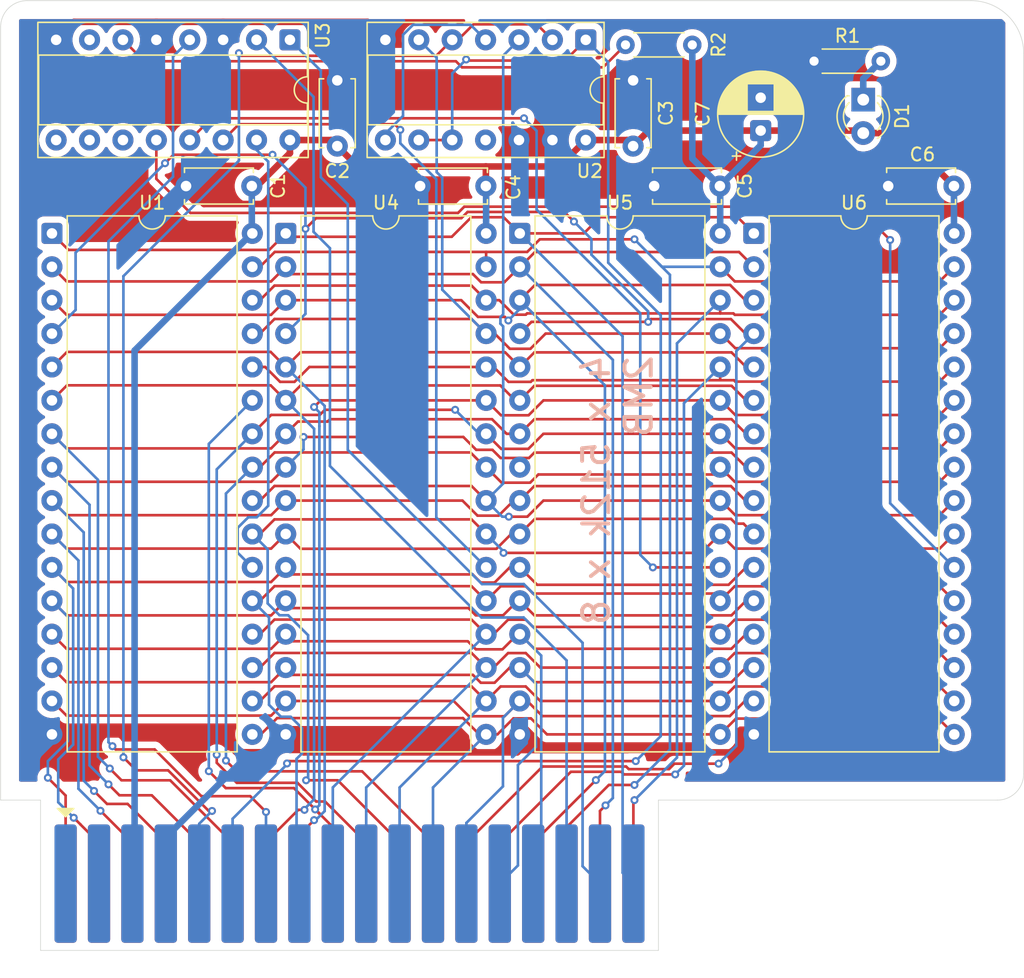
<source format=kicad_pcb>
(kicad_pcb (version 20241229) (generator "pcbnew") (generator_version "9.0")
  (layers (0 "F.Cu" signal) (2 "B.Cu" signal) (13 "F.Paste" user) (15 "B.Paste" user) (5 "F.SilkS" user "F.Silkscreen") (7 "B.SilkS" user "B.Silkscreen") (1 "F.Mask" user) (3 "B.Mask" user) (25 "Edge.Cuts" user))
  (net 0 "")
  (net 1 "+5V")
  (net 2 "GND")
  (net 3 "Net-(D1-K)")
  (net 4 "Net-(U3-E2)")
  (net 5 "/A0")
  (net 6 "/D1")
  (net 7 "/A13")
  (net 8 "/D2")
  (net 9 "/A2")
  (net 10 "/A11")
  (net 11 "/D4")
  (net 12 "/A12")
  (net 13 "/A18")
  (net 14 "/A4")
  (net 15 "/D7")
  (net 16 "~{WE}")
  (net 17 "/A5")
  (net 18 "/A3")
  (net 19 "~{OE}")
  (net 20 "/A9")
  (net 21 "/A16")
  (net 22 "/A1")
  (net 23 "/A10")
  (net 24 "/D5")
  (net 25 "/A6")
  (net 26 "/A8")
  (net 27 "/A14")
  (net 28 "/A7")
  (net 29 "/D6")
  (net 30 "/A17")
  (net 31 "/D0")
  (net 32 "Net-(U1-CE#)")
  (net 33 "/A15")
  (net 34 "/D3")
  (net 35 "~{R}{slash}W")
  (net 36 "PHI2")
  (net 37 "R{slash}~{W}")
  (net 40 "/A19")
  (net 41 "Net-(U3-~{Y1})")
  (net 42 "~{SEL}")
  (net 45 "/A20")
  (net 47 "Net-(U3-~{Y2})")
  (net 48 "Net-(U3-~{Y3})")
  (footprint "Capacitor_THT:C_Disc_D5.0mm_W2.5mm_P5.00mm" (layer "F.Cu") (at 115.8 80.4)
    (property "Reference" "C5")
    (property "Value" "0.1uf")
  )
  (footprint "Capacitor_THT:C_Disc_D5.0mm_W2.5mm_P5.00mm" (layer "F.Cu") (at 98 80.4)
    (property "Reference" "C4")
    (property "Value" "0.1uf")
  )
  (footprint "Resistor_THT:R_Axial_DIN0204_L3.6mm_D1.6mm_P5.08mm_Horizontal" (layer "F.Cu") (at 118.7 69.6624 180)
    (property "Reference" "R2")
    (property "Value" "10k")
  )
  (footprint "Capacitor_THT:C_Disc_D5.0mm_W2.5mm_P5.00mm" (layer "F.Cu") (at 133.6 80.4)
    (property "Reference" "C6")
    (property "Value" "0.1uf")
  )
  (footprint "Capacitor_THT:C_Disc_D5.0mm_W2.5mm_P5.00mm" (layer "F.Cu") (at 80.2 80.4)
    (property "Reference" "C1")
    (property "Value" "0.1uf")
  )
  (footprint "Package_DIP:DIP-32_W15.24mm" (layer "F.Cu") (at 105.58 84)
    (property "Reference" "U5")
    (property "Value" "AS6C4008-55PCN")
  )
  (footprint "Resistor_THT:R_Axial_DIN0204_L3.6mm_D1.6mm_P5.08mm_Horizontal" (layer "F.Cu") (at 127.96 70.9)
    (property "Reference" "R1")
    (property "Value" "1k")
  )
  (footprint "LED_THT:LED_D3.0mm" (layer "F.Cu") (at 131.7 73.83 -90)
    (property "Reference" "D1")
    (property "Value" "LED_Small")
  )
  (footprint "Package_DIP:DIP-16_W7.62mm_Socket" (layer "F.Cu") (at 88.1 69.28 -90)
    (property "Reference" "U3")
    (property "Value" "74HC138")
  )
  (footprint "Capacitor_THT:CP_Radial_D6.3mm_P2.50mm" (layer "F.Cu") (at 123.9 76.1824 90)
    (property "Reference" "C7")
    (property "Value" "10-50uf")
  )
  (footprint "Package_DIP:DIP-32_W15.24mm" (layer "F.Cu") (at 87.78 84)
    (property "Reference" "U4")
    (property "Value" "AS6C4008-55PCN")
  )
  (footprint "Package_DIP:DIP-14_W7.62mm_Socket" (layer "F.Cu") (at 110.6 69.28 -90)
    (property "Reference" "U2")
    (property "Value" "74HC00")
  )
  (footprint "Capacitor_THT:C_Disc_D5.0mm_W2.5mm_P5.00mm" (layer "F.Cu") (at 114.2 72.3624 -90)
    (property "Reference" "C3")
    (property "Value" "0.1uf")
  )
  (footprint "Capacitor_THT:C_Disc_D5.0mm_W2.5mm_P5.00mm" (layer "F.Cu") (at 91.7 72.3624 -90)
    (property "Reference" "C2")
    (property "Value" "0.1uf")
  )
  (footprint "Package_DIP:DIP-32_W15.24mm" (layer "F.Cu") (at 70 84)
    (property "Reference" "U1")
    (property "Value" "AS6C4008-55PCN")
  )
  (footprint "EdgeConn:AliExpress_36Edge" (layer "F.Cu") (at 71.04 133.45)
    (property "Reference" "J1" (hide yes))
    (property "Value" "Conn_02x18_Counter_Clockwise" (hide yes))
    (fp_line (start -1.905 5.08) (end -1.905 -6.35) (stroke (width 0.05)) (layer "Edge.Cuts"))
    (fp_line (start 45.085 -6.35) (end 45.085 5.08) (stroke (width 0.05)) (layer "Edge.Cuts"))
    (fp_line (start 45.085 5.08) (end -1.905 5.08) (stroke (width 0.05)) (layer "Edge.Cuts"))
  )
  (footprint "Package_DIP:DIP-32_W15.24mm" (layer "F.Cu") (at 123.38 84)
    (property "Reference" "U6")
    (property "Value" "AS6C4008-55PCN")
  )
  (gr_line (start 116.125 127.1) (end 141.9 127.1) (stroke (width 0.05)) (layer "Edge.Cuts"))
  (gr_line (start 143.9 70.3) (end 143.9 125.1) (stroke (width 0.05)) (layer "Edge.Cuts"))
  (gr_line (start 69.135 127.1) (end 66.1 127.1) (stroke (width 0.05)) (layer "Edge.Cuts"))
  (gr_line (start 68.1 66.3) (end 139.9 66.3) (stroke (width 0.05)) (layer "Edge.Cuts"))
  (gr_arc (start 66.1 68.3) (mid 66.685786 66.885786) (end 68.1 66.3) (stroke (width 0.05)) (layer "Edge.Cuts"))
  (gr_arc (start 143.9 125.1) (mid 143.314214 126.514214) (end 141.9 127.1) (stroke (width 0.05)) (layer "Edge.Cuts"))
  (gr_line (start 66.1 127.1) (end 66.1 68.3) (stroke (width 0.05)) (layer "Edge.Cuts"))
  (gr_arc (start 139.9 66.3) (mid 142.728427 67.471573) (end 143.9 70.3) (stroke (width 0.05)) (layer "Edge.Cuts"))
  (gr_text "4 x 512k x 8\n2MB" (at 115.8 93.1 90) (layer "B.SilkS") (effects (font (size 2 2) (thickness 0.3)) (justify left bottom mirror)))
  (segment (start 91.7 77.3624) (end 91.2376 76.9) (width 0.5) (layer "F.Cu") (net 1))
  (segment (start 131.5124 76.1824) (end 123.9 76.1824) (width 0.5) (layer "F.Cu") (net 1))
  (segment (start 85.5966 80.4) (end 88.1 77.8966) (width 0.5) (layer "F.Cu") (net 1))
  (segment (start 108.5891 78.9109) (end 110.6 76.9) (width 0.5) (layer "F.Cu") (net 1))
  (segment (start 91.7 77.3624) (end 93.2485 78.9109) (width 0.5) (layer "F.Cu") (net 1))
  (segment (start 113.7376 76.9) (end 110.6 76.9) (width 0.5) (layer "F.Cu") (net 1))
  (segment (start 91.2376 76.9) (end 88.1 76.9) (width 0.5) (layer "F.Cu") (net 1))
  (segment (start 85.2 80.4) (end 85.5966 80.4) (width 0.5) (layer "F.Cu") (net 1))
  (segment (start 103 78.9109) (end 103 80.4) (width 0.5) (layer "F.Cu") (net 1))
  (segment (start 88.1 77.8966) (end 88.1 76.9) (width 0.5) (layer "F.Cu") (net 1))
  (segment (start 114.2 77.3624) (end 113.7376 76.9) (width 0.5) (layer "F.Cu") (net 1))
  (segment (start 131.7 76.37) (end 131.5124 76.1824) (width 0.5) (layer "F.Cu") (net 1))
  (segment (start 134.57 76.37) (end 131.7 76.37) (width 0.5) (layer "F.Cu") (net 1))
  (segment (start 103 78.9109) (end 108.5891 78.9109) (width 0.5) (layer "F.Cu") (net 1))
  (segment (start 115.38 76.1824) (end 114.2 77.3624) (width 0.5) (layer "F.Cu") (net 1))
  (segment (start 138.6 80.4) (end 134.57 76.37) (width 0.5) (layer "F.Cu") (net 1))
  (segment (start 123.9 76.1824) (end 115.38 76.1824) (width 0.5) (layer "F.Cu") (net 1))
  (segment (start 93.2485 78.9109) (end 103 78.9109) (width 0.5) (layer "F.Cu") (net 1))
  (segment (start 120.82 80.42) (end 120.8 80.4) (width 0.5) (layer "B.Cu") (net 1))
  (segment (start 85.2 84) (end 85.2 80.4) (width 0.5) (layer "B.Cu") (net 1))
  (segment (start 76.2867 133.2833) (end 76.2867 92.9133) (width 0.5) (layer "B.Cu") (net 1))
  (segment (start 103.02 84) (end 103.02 80.42) (width 0.5) (layer "B.Cu") (net 1))
  (segment (start 103.02 80.42) (end 103 80.4) (width 0.5) (layer "B.Cu") (net 1))
  (segment (start 76.2867 92.9133) (end 85.2 84) (width 0.5) (layer "B.Cu") (net 1))
  (segment (start 76.12 133.45) (end 76.2867 133.2833) (width 0.5) (layer "B.Cu") (net 1))
  (segment (start 118.7 78.3) (end 120.8 80.4) (width 0.5) (layer "B.Cu") (net 1))
  (segment (start 85.2 84) (end 85.24 84) (width 0.5) (layer "B.Cu") (net 1))
  (segment (start 123.9 76.1824) (end 123.9 77.3) (width 0.5) (layer "B.Cu") (net 1))
  (segment (start 118.7 69.6624) (end 118.7 78.3) (width 0.5) (layer "B.Cu") (net 1))
  (segment (start 138.62 84) (end 138.6 83.98) (width 0.5) (layer "B.Cu") (net 1))
  (segment (start 138.6 83.98) (end 138.6 80.4) (width 0.5) (layer "B.Cu") (net 1))
  (segment (start 120.82 84) (end 120.82 80.42) (width 0.5) (layer "B.Cu") (net 1))
  (segment (start 123.9 77.3) (end 120.8 80.4) (width 0.5) (layer "B.Cu") (net 1))
  (segment (start 77.94 67.9114) (end 77.94 69.28) (width 0.5) (layer "F.Cu") (net 2))
  (segment (start 86.4214 123.4586) (end 84.0234 123.4586) (width 0.5) (layer "F.Cu") (net 2))
  (segment (start 123.9 73.6824) (end 125.1776 73.6824) (width 0.5) (layer "F.Cu") (net 2))
  (segment (start 115.52 73.6824) (end 123.9 73.6824) (width 0.5) (layer "F.Cu") (net 2))
  (segment (start 125.1776 73.6824) (end 127.96 70.9) (width 0.5) (layer "F.Cu") (net 2))
  (segment (start 84.0234 123.4586) (end 82.6648 122.1) (width 0.5) (layer "F.Cu") (net 2))
  (segment (start 105.391 123.4688) (end 105.58 123.2798) (width 0.5) (layer "F.Cu") (net 2))
  (segment (start 87.78 122.1) (end 86.4214 123.4586) (width 0.5) (layer "F.Cu") (net 2))
  (segment (start 83.02 67.9114) (end 83.02 69.28) (width 0.5) (layer "F.Cu") (net 2))
  (segment (start 83.02 67.9114) (end 93.9914 67.9114) (width 0.5) (layer "F.Cu") (net 2))
  (segment (start 93.9914 67.9114) (end 95.36 69.28) (width 0.5) (layer "F.Cu") (net 2))
  (segment (start 105.52 76.9) (end 108.06 76.9) (width 0.5) (layer "F.Cu") (net 2))
  (segment (start 81.565 81.765) (end 80.2 80.4) (width 0.5) (layer "F.Cu") (net 2))
  (segment (start 77.94 67.9114) (end 83.02 67.9114) (width 0.5) (layer "F.Cu") (net 2))
  (segment (start 116.0991 123.2798) (end 105.58 123.2798) (width 0.5) (layer "F.Cu") (net 2))
  (segment (start 122.0112 123.4688) (end 116.2881 123.4688) (width 0.5) (layer "F.Cu") (net 2))
  (segment (start 98 80.4) (end 96.635 81.765) (width 0.5) (layer "F.Cu") (net 2))
  (segment (start 116.2881 123.4688) (end 116.0991 123.2798) (width 0.5) (layer "F.Cu") (net 2))
  (segment (start 96.635 81.765) (end 81.565 81.765) (width 0.5) (layer "F.Cu") (net 2))
  (segment (start 87.78 122.1) (end 89.1488 123.4688) (width 0.5) (layer "F.Cu") (net 2))
  (segment (start 108.06 72.3624) (end 114.2 72.3624) (width 0.5) (layer "F.Cu") (net 2))
  (segment (start 89.1488 123.4688) (end 105.391 123.4688) (width 0.5) (layer "F.Cu") (net 2))
  (segment (start 82.6648 122.1) (end 70 122.1) (width 0.5) (layer "F.Cu") (net 2))
  (segment (start 123.38 122.1) (end 122.0112 123.4688) (width 0.5) (layer "F.Cu") (net 2))
  (segment (start 71.6886 67.9114) (end 77.94 67.9114) (width 0.5) (layer "F.Cu") (net 2))
  (segment (start 91.7 72.3624) (end 108.06 72.3624) (width 0.5) (layer "F.Cu") (net 2))
  (segment (start 114.2 72.3624) (end 115.52 73.6824) (width 0.5) (layer "F.Cu") (net 2))
  (segment (start 108.06 76.9) (end 108.06 72.3624) (width 0.5) (layer "F.Cu") (net 2))
  (segment (start 70.32 69.28) (end 71.6886 67.9114) (width 0.5) (layer "F.Cu") (net 2))
  (segment (start 105.58 123.2798) (end 105.58 122.1) (width 0.5) (layer "F.Cu") (net 2))
  (segment (start 114.2 72.3624) (end 115.8 73.9624) (width 0.5) (layer "B.Cu") (net 2))
  (segment (start 84.9125 123.6807) (end 78.66 129.9332) (width 0.5) (layer "B.Cu") (net 2))
  (segment (start 87.78 122.1) (end 86.1993 123.6807) (width 0.5) (layer "B.Cu") (net 2))
  (segment (start 95.36 69.28) (end 94.7824 69.28) (width 0.5) (layer "B.Cu") (net 2))
  (segment (start 70 122.1) (end 68.6432 120.7432) (width 0.5) (layer "B.Cu") (net 2))
  (segment (start 68.6432 70.9568) (end 70.32 69.28) (width 0.5) (layer "B.Cu") (net 2))
  (segment (start 115.8 73.9624) (end 115.8 80.4) (width 0.5) (layer "B.Cu") (net 2))
  (segment (start 78.66 129.9332) (end 78.66 133.45) (width 0.5) (layer "B.Cu") (net 2))
  (segment (start 91.7 75.2131) (end 91.7 72.3624) (width 0.5) (layer "B.Cu") (net 2))
  (segment (start 86.1993 123.6807) (end 84.9125 123.6807) (width 0.5) (layer "B.Cu") (net 2))
  (segment (start 133.6 80.4) (end 127.96 74.76) (width 0.5) (layer "B.Cu") (net 2))
  (segment (start 68.6432 120.7432) (end 68.6432 70.9568) (width 0.5) (layer "B.Cu") (net 2))
  (segment (start 98 80.4) (end 96.8869 80.4) (width 0.5) (layer "B.Cu") (net 2))
  (segment (start 127.96 74.76) (end 127.96 70.9) (width 0.5) (layer "B.Cu") (net 2))
  (segment (start 96.8869 80.4) (end 91.7 75.2131) (width 0.5) (layer "B.Cu") (net 2))
  (segment (start 94.7824 69.28) (end 91.7 72.3624) (width 0.5) (layer "B.Cu") (net 2))
  (segment (start 131.7 72.24) (end 131.7 73.83) (width 0.5) (layer "B.Cu") (net 3))
  (segment (start 133.04 70.9) (end 131.7 72.24) (width 0.5) (layer "B.Cu") (net 3))
  (segment (start 100.7211 70.9068) (end 101.1869 71.3726) (width 0.2) (layer "F.Cu") (net 4))
  (segment (start 75.4 69.28) (end 77.0268 70.9068) (width 0.2) (layer "F.Cu") (net 4))
  (segment (start 111.9098 71.3726) (end 113.62 69.6624) (width 0.2) (layer "F.Cu") (net 4))
  (segment (start 101.1869 71.3726) (end 111.9098 71.3726) (width 0.2) (layer "F.Cu") (net 4))
  (segment (start 77.0268 70.9068) (end 100.7211 70.9068) (width 0.2) (layer "F.Cu") (net 4))
  (segment (start 101.6806 112.4956) (end 102.2315 113.0465) (width 0.2) (layer "F.Cu") (net 5))
  (segment (start 71.1112 113.0512) (end 86.6688 113.0512) (width 0.2) (layer "F.Cu") (net 5))
  (segment (start 122.7852 111.94) (end 121.674 113.0512) (width 0.2) (layer "F.Cu") (net 5))
  (segment (start 87.78 112.4956) (end 101.6806 112.4956) (width 0.2) (layer "F.Cu") (net 5))
  (segment (start 87.2244 112.4956) (end 87.78 112.4956) (width 0.2) (layer "F.Cu") (net 5))
  (segment (start 102.2315 113.0465) (end 104.3121 113.0465) (width 0.2) (layer "F.Cu") (net 5))
  (segment (start 71.04 126.7494) (end 69.6906 125.4) (width 0.2) (layer "F.Cu") (net 5))
  (segment (start 86.6688 113.0512) (end 87.2244 112.4956) (width 0.2) (layer "F.Cu") (net 5))
  (segment (start 106.6912 113.0512) (end 105.58 111.94) (width 0.2) (layer "F.Cu") (net 5))
  (segment (start 71.04 133.45) (end 71.04 126.7494) (width 0.2) (layer "F.Cu") (net 5))
  (segment (start 123.38 111.94) (end 122.7852 111.94) (width 0.2) (layer "F.Cu") (net 5))
  (segment (start 105.4186 111.94) (end 105.58 111.94) (width 0.2) (layer "F.Cu") (net 5))
  (segment (start 121.674 113.0512) (end 106.6912 113.0512) (width 0.2) (layer "F.Cu") (net 5))
  (segment (start 104.3121 113.0465) (end 105.4186 111.94) (width 0.2) (layer "F.Cu") (net 5))
  (segment (start 70 111.94) (end 71.1112 113.0512) (width 0.2) (layer "F.Cu") (net 5))
  (segment (start 87.78 112.4956) (end 87.78 111.94) (width 0.2) (layer "F.Cu") (net 5))
  (via (at 69.6906 125.4) (size 0.6) (drill 0.3) (layers "F.Cu" "B.Cu") (net 5))
  (segment (start 71.212 122.6151) (end 71.212 113.152) (width 0.2) (layer "B.Cu") (net 5))
  (segment (start 69.6906 125.4) (end 69.6906 124.1365) (width 0.2) (layer "B.Cu") (net 5))
  (segment (start 71.212 113.152) (end 70 111.94) (width 0.2) (layer "B.Cu") (net 5))
  (segment (start 69.6906 124.1365) (end 71.212 122.6151) (width 0.2) (layer "B.Cu") (net 5))
  (segment (start 86.6688 118.1312) (end 87.2244 117.5756) (width 0.2) (layer "F.Cu") (net 6))
  (segment (start 122.7852 117.02) (end 121.674 118.1312) (width 0.2) (layer "F.Cu") (net 6))
  (segment (start 103.6663 118.1737) (end 104.82 117.02) (width 0.2) (layer "F.Cu") (net 6))
  (segment (start 102.6157 118.1737) (end 103.6663 118.1737) (width 0.2) (layer "F.Cu") (net 6))
  (segment (start 87.78 117.5756) (end 87.78 117.02) (width 0.2) (layer "F.Cu") (net 6))
  (segment (start 70 117.02) (end 71.1112 118.1312) (width 0.2) (layer "F.Cu") (net 6))
  (segment (start 104.82 117.02) (end 105.58 117.02) (width 0.2) (layer "F.Cu") (net 6))
  (segment (start 71.1112 118.1312) (end 86.6688 118.1312) (width 0.2) (layer "F.Cu") (net 6))
  (segment (start 87.78 117.5756) (end 102.0176 117.5756) (width 0.2) (layer "F.Cu") (net 6))
  (segment (start 102.0176 117.5756) (end 102.6157 118.1737) (width 0.2) (layer "F.Cu") (net 6))
  (segment (start 87.2244 117.5756) (end 87.78 117.5756) (width 0.2) (layer "F.Cu") (net 6))
  (segment (start 123.38 117.02) (end 122.7852 117.02) (width 0.2) (layer "F.Cu") (net 6))
  (segment (start 121.674 118.1312) (end 106.6912 118.1312) (width 0.2) (layer "F.Cu") (net 6))
  (segment (start 106.6912 118.1312) (end 105.58 117.02) (width 0.2) (layer "F.Cu") (net 6))
  (segment (start 106.8099 118.2499) (end 105.58 117.02) (width 0.2) (layer "B.Cu") (net 6))
  (segment (start 106.8099 123.0561) (end 106.8099 118.2499) (width 0.2) (layer "B.Cu") (net 6))
  (segment (start 105.4385 132.0715) (end 105.4385 124.4275) (width 0.2) (layer "B.Cu") (net 6))
  (segment (start 104.06 133.45) (end 105.4385 132.0715) (width 0.2) (layer "B.Cu") (net 6))
  (segment (start 105.4385 124.4275) (end 106.8099 123.0561) (width 0.2) (layer "B.Cu") (net 6))
  (segment (start 104.06 130.3512) (end 104.06 133.45) (width 0.2) (layer "F.Cu") (net 7))
  (segment (start 117.4 125.1453) (end 113.5002 125.1453) (width 0.2) (layer "F.Cu") (net 7))
  (segment (start 89.58 94.16) (end 103.02 94.16) (width 0.2) (layer "F.Cu") (net 7))
  (segment (start 109.466 124.9452) (end 104.06 130.3512) (width 0.2) (layer "F.Cu") (net 7))
  (segment (start 120.82 95.1656) (end 106.5396 95.1656) (width 0.2) (layer "F.Cu") (net 7))
  (segment (start 120.82 95.1656) (end 120.82 94.16) (width 0.2) (layer "F.Cu") (net 7))
  (segment (start 113.3001 124.9452) (end 109.466 124.9452) (width 0.2) (layer "F.Cu") (net 7))
  (segment (start 106.5396 95.1656) (end 106.4161 95.2891) (width 0.2) (layer "F.Cu") (net 7))
  (segment (start 121.9698 95.2712) (end 121.8642 95.1656) (width 0.2) (layer "F.Cu") (net 7))
  (segment (start 86.222 94.16) (end 87.3515 95.2895) (width 0.2) (layer "F.Cu") (net 7))
  (segment (start 113.5002 125.1453) (end 113.3001 124.9452) (width 0.2) (layer "F.Cu") (net 7))
  (segment (start 104.7171 95.2891) (end 103.588 94.16) (width 0.2) (layer "F.Cu") (net 7))
  (segment (start 138.62 94.16) (end 137.5088 95.2712) (width 0.2) (layer "F.Cu") (net 7))
  (segment (start 87.3515 95.2895) (end 88.4505 95.2895) (width 0.2) (layer "F.Cu") (net 7))
  (segment (start 85.24 94.16) (end 86.222 94.16) (width 0.2) (layer "F.Cu") (net 7))
  (segment (start 103.588 94.16) (end 103.02 94.16) (width 0.2) (layer "F.Cu") (net 7))
  (segment (start 121.8642 95.1656) (end 120.82 95.1656) (width 0.2) (layer "F.Cu") (net 7))
  (segment (start 88.4505 95.2895) (end 89.58 94.16) (width 0.2) (layer "F.Cu") (net 7))
  (segment (start 137.5088 95.2712) (end 121.9698 95.2712) (width 0.2) (layer "F.Cu") (net 7))
  (segment (start 106.4161 95.2891) (end 104.7171 95.2891) (width 0.2) (layer "F.Cu") (net 7))
  (via (at 117.4 125.1453) (size 0.6) (drill 0.3) (layers "F.Cu" "B.Cu") (net 7))
  (segment (start 117.4 125.1453) (end 118.0661 124.4792) (width 0.2) (layer "B.Cu") (net 7))
  (segment (start 118.0661 124.4792) (end 118.0661 96.9139) (width 0.2) (layer "B.Cu") (net 7))
  (segment (start 118.0661 96.9139) (end 120.82 94.16) (width 0.2) (layer "B.Cu") (net 7))
  (segment (start 106.1481 119.56) (end 105.58 119.56) (width 0.2) (layer "F.Cu") (net 8))
  (segment (start 101.7118 120.7211) (end 100.5507 119.56) (width 0.2) (layer "F.Cu") (net 8))
  (segment (start 86.6688 120.6712) (end 71.1112 120.6712) (width 0.2) (layer "F.Cu") (net 8))
  (segment (start 87.78 119.56) (end 86.6688 120.6712) (width 0.2) (layer "F.Cu") (net 8))
  (segment (start 122.7032 119.56) (end 121.555 120.7082) (width 0.2) (layer "F.Cu") (net 8))
  (segment (start 121.555 120.7082) (end 107.2963 120.7082) (width 0.2) (layer "F.Cu") (net 8))
  (segment (start 107.2963 120.7082) (end 106.1481 119.56) (width 0.2) (layer "F.Cu") (net 8))
  (segment (start 105.58 119.56) (end 104.4189 120.7211) (width 0.2) (layer "F.Cu") (net 8))
  (segment (start 104.4189 120.7211) (end 101.7118 120.7211) (width 0.2) (layer "F.Cu") (net 8))
  (segment (start 71.1112 120.6712) (end 70 119.56) (width 0.2) (layer "F.Cu") (net 8))
  (segment (start 100.5507 119.56) (end 87.78 119.56) (width 0.2) (layer "F.Cu") (net 8))
  (segment (start 123.38 119.56) (end 122.7032 119.56) (width 0.2) (layer "F.Cu") (net 8))
  (segment (start 104.3 126.0548) (end 101.52 128.8348) (width 0.2) (layer "B.Cu") (net 8))
  (segment (start 105.58 119.56) (end 104.3 120.84) (width 0.2) (layer "B.Cu") (net 8))
  (segment (start 104.3 120.84) (end 104.3 126.0548) (width 0.2) (layer "B.Cu") (net 8))
  (segment (start 101.52 128.8348) (end 101.52 133.45) (width 0.2) (layer "B.Cu") (net 8))
  (segment (start 76.12 130.3401) (end 76.12 133.45) (width 0.2) (layer "F.Cu") (net 9))
  (segment (start 122.5949 106.0748) (end 122.0089 106.0748) (width 0.2) (layer "F.Cu") (net 9))
  (segment (start 88.9057 107.9857) (end 87.78 106.86) (width 0.2) (layer "F.Cu") (net 9))
  (segment (start 86.6689 107.9711) (end 87.78 106.86) (width 0.2) (layer "F.Cu") (net 9))
  (segment (start 121.6453 105.7112) (end 106.7288 105.7112) (width 0.2) (layer "F.Cu") (net 9))
  (segment (start 73.68995 127.91005) (end 76.12 130.3401) (width 0.2) (layer "F.Cu") (net 9))
  (segment (start 105.58 106.86) (end 104.9314 106.86) (width 0.2) (layer "F.Cu") (net 9))
  (segment (start 106.7288 105.7112) (end 105.58 106.86) (width 0.2) (layer "F.Cu") (net 9))
  (segment (start 122.0089 106.0748) (end 121.6453 105.7112) (width 0.2) (layer "F.Cu") (net 9))
  (segment (start 122.5949 106.0749) (end 122.5949 106.0748) (width 0.2) (layer "F.Cu") (net 9))
  (segment (start 123.38 106.86) (end 122.5949 106.0749) (width 0.2) (layer "F.Cu") (net 9))
  (segment (start 103.8057 107.9857) (end 88.9057 107.9857) (width 0.2) (layer "F.Cu") (net 9))
  (segment (start 71.1111 107.9711) (end 86.6689 107.9711) (width 0.2) (layer "F.Cu") (net 9))
  (segment (start 70 106.86) (end 71.1111 107.9711) (width 0.2) (layer "F.Cu") (net 9))
  (segment (start 104.9314 106.86) (end 103.8057 107.9857) (width 0.2) (layer "F.Cu") (net 9))
  (via (at 73.68995 127.91005) (size 0.6) (drill 0.3) (layers "F.Cu" "B.Cu") (net 9))
  (segment (start 73.68995 127.91005) (end 72.0154 126.2355) (width 0.2) (layer "B.Cu") (net 9))
  (segment (start 72.0154 108.8754) (end 70 106.86) (width 0.2) (layer "B.Cu") (net 9))
  (segment (start 72.0154 126.2355) (end 72.0154 108.8754) (width 0.2) (layer "B.Cu") (net 9))
  (segment (start 138.62 101.78) (end 137.5088 102.8912) (width 0.2) (layer "F.Cu") (net 10))
  (segment (start 86.9349 100.6599) (end 101.8305 100.6599) (width 0.2) (layer "F.Cu") (net 10))
  (segment (start 121.3756 102.3356) (end 120.82 102.3356) (width 0.2) (layer "F.Cu") (net 10))
  (segment (start 101.8305 100.6599) (end 102.9506 101.78) (width 0.2) (layer "F.Cu") (net 10))
  (segment (start 98.98 133.45) (end 98.98 130.3031) (width 0.2) (layer "F.Cu") (net 10))
  (segment (start 106.3672 102.958) (end 104.198 102.958) (width 0.2) (layer "F.Cu") (net 10))
  (segment (start 106.9896 102.3356) (end 106.3672 102.958) (width 0.2) (layer "F.Cu") (net 10))
  (segment (start 84.0483 124.9098) (end 83.2349 124.0964) (width 0.2) (layer "F.Cu") (net 10))
  (segment (start 102.9506 101.78) (end 103.02 101.78) (width 0.2) (layer "F.Cu") (net 10))
  (segment (start 137.5088 102.8912) (end 121.9312 102.8912) (width 0.2) (layer "F.Cu") (net 10))
  (segment (start 121.9312 102.8912) (end 121.3756 102.3356) (width 0.2) (layer "F.Cu") (net 10))
  (segment (start 120.82 102.3356) (end 106.9896 102.3356) (width 0.2) (layer "F.Cu") (net 10))
  (segment (start 120.82 102.3356) (end 120.82 101.78) (width 0.2) (layer "F.Cu") (net 10))
  (segment (start 98.98 130.3031) (end 93.5867 124.9098) (width 0.2) (layer "F.Cu") (net 10))
  (segment (start 104.198 102.958) (end 103.02 101.78) (width 0.2) (layer "F.Cu") (net 10))
  (segment (start 85.8148 101.78) (end 86.9349 100.6599) (width 0.2) (layer "F.Cu") (net 10))
  (segment (start 93.5867 124.9098) (end 84.0483 124.9098) (width 0.2) (layer "F.Cu") (net 10))
  (segment (start 85.24 101.78) (end 85.8148 101.78) (width 0.2) (layer "F.Cu") (net 10))
  (via (at 83.2349 124.0964) (size 0.6) (drill 0.3) (layers "F.Cu" "B.Cu") (net 10))
  (segment (start 83.2349 124.0964) (end 83.2349 103.7851) (width 0.2) (layer "B.Cu") (net 10))
  (segment (start 83.2349 103.7851) (end 85.24 101.78) (width 0.2) (layer "B.Cu") (net 10))
  (segment (start 137.5183 118.4583) (end 121.9217 118.4583) (width 0.2) (layer "F.Cu") (net 11))
  (segment (start 85.24 119.56) (end 85.8148 119.56) (width 0.2) (layer "F.Cu") (net 11))
  (segment (start 138.62 119.56) (end 137.5183 118.4583) (width 0.2) (layer "F.Cu") (net 11))
  (segment (start 86.9261 118.4487) (end 101.9087 118.4487) (width 0.2) (layer "F.Cu") (net 11))
  (segment (start 107.1381 119.56) (end 106.0364 118.4583) (width 0.2) (layer "F.Cu") (net 11))
  (segment (start 85.8148 119.56) (end 86.9261 118.4487) (width 0.2) (layer "F.Cu") (net 11))
  (segment (start 121.9217 118.4583) (end 120.82 119.56) (width 0.2) (layer "F.Cu") (net 11))
  (segment (start 106.0364 118.4583) (end 104.1217 118.4583) (width 0.2) (layer "F.Cu") (net 11))
  (segment (start 120.82 119.56) (end 107.1381 119.56) (width 0.2) (layer "F.Cu") (net 11))
  (segment (start 104.1217 118.4583) (end 103.02 119.56) (width 0.2) (layer "F.Cu") (net 11))
  (segment (start 101.9087 118.4487) (end 103.02 119.56) (width 0.2) (layer "F.Cu") (net 11))
  (segment (start 96.44 126.14) (end 103.02 119.56) (width 0.2) (layer "B.Cu") (net 11))
  (segment (start 96.44 133.45) (end 96.44 126.14) (width 0.2) (layer "B.Cu") (net 11))
  (segment (start 101.1342 82.8436) (end 90.0874 82.8436) (width 0.2) (layer "F.Cu") (net 12))
  (segment (start 106.4727 90.7273) (end 115.3442 90.7273) (width 0.2) (layer "F.Cu") (net 12))
  (segment (start 90.0874 82.8436) (end 89.2803 83.6507) (width 0.2) (layer "F.Cu") (net 12))
  (segment (start 101.52 130.3383) (end 101.52 133.45) (width 0.2) (layer "F.Cu") (net 12))
  (segment (start 123.38 91.62) (end 122.7419 91.62) (width 0.2) (layer "F.Cu") (net 12))
  (segment (start 105.58 91.62) (end 106.4727 90.7273) (width 0.2) (layer "F.Cu") (net 12))
  (segment (start 113.8664 124.7436) (end 113.6663 124.5435) (width 0.2) (layer "F.Cu") (net 12))
  (segment (start 122.7419 91.62) (end 121.64 90.5181) (width 0.2) (layer "F.Cu") (net 12))
  (segment (start 108.9692 82.3692) (end 101.6086 82.3692) (width 0.2) (layer "F.Cu") (net 12))
  (segment (start 79.2471 78.0176) (end 86.7744 78.0176) (width 0.2) (layer "F.Cu") (net 12))
  (segment (start 117.3422 124.3281) (end 116.9267 124.7436) (width 0.2) (layer "F.Cu") (net 12))
  (segment (start 116.9267 124.7436) (end 113.8664 124.7436) (width 0.2) (layer "F.Cu") (net 12))
  (segment (start 120.7 124.3281) (end 117.3422 124.3281) (width 0.2) (layer "F.Cu") (net 12))
  (segment (start 109.7 83.1) (end 108.9692 82.3692) (width 0.2) (layer "F.Cu") (net 12))
  (segment (start 115.5534 90.5181) (end 115.3442 90.7273) (width 0.2) (layer "F.Cu") (net 12))
  (segment (start 101.6086 82.3692) (end 101.1342 82.8436) (width 0.2) (layer "F.Cu") (net 12))
  (segment (start 78.6021 78.6626) (end 79.2471 78.0176) (width 0.2) (layer "F.Cu") (net 12))
  (segment (start 113.6663 124.5435) (end 107.3148 124.5435) (width 0.2) (layer "F.Cu") (net 12))
  (segment (start 107.3148 124.5435) (end 101.52 130.3383) (width 0.2) (layer "F.Cu") (net 12))
  (segment (start 121.64 90.5181) (end 115.5534 90.5181) (width 0.2) (layer "F.Cu") (net 12))
  (via (at 86.7744 78.0176) (size 0.6) (drill 0.3) (layers "F.Cu" "B.Cu") (net 12))
  (via (at 109.7 83.1) (size 0.6) (drill 0.3) (layers "F.Cu" "B.Cu") (net 12))
  (via (at 89.2803 83.6507) (size 0.6) (drill 0.3) (layers "F.Cu" "B.Cu") (net 12))
  (via (at 120.7 124.3281) (size 0.6) (drill 0.3) (layers "F.Cu" "B.Cu") (net 12))
  (via (at 115.3442 90.7273) (size 0.6) (drill 0.3) (layers "F.Cu" "B.Cu") (net 12))
  (via (at 78.6021 78.6626) (size 0.6) (drill 0.3) (layers "F.Cu" "B.Cu") (net 12))
  (segment (start 109.7 83.1) (end 111.0303 84.4303) (width 0.2) (layer "B.Cu") (net 12))
  (segment (start 70 91.62) (end 71.8 89.82) (width 0.2) (layer "B.Cu") (net 12))
  (segment (start 89.2803 80.5235) (end 89.2803 83.6507) (width 0.2) (layer "B.Cu") (net 12))
  (segment (start 122.05 92.95) (end 123.38 91.62) (width 0.2) (layer "B.Cu") (net 12))
  (segment (start 115.3442 89.9361) (end 115.3442 90.7273) (width 0.2) (layer "B.Cu") (net 12))
  (segment (start 87.78 91.62) (end 89.2803 90.1197) (width 0.2) (layer "B.Cu") (net 12))
  (segment (start 111.0303 84.4303) (end 111.0303 85.6222) (width 0.2) (layer "B.Cu") (net 12))
  (segment (start 71.8 85.4647) (end 78.6021 78.6626) (width 0.2) (layer "B.Cu") (net 12))
  (segment (start 111.0303 85.6222) (end 115.3442 89.9361) (width 0.2) (layer "B.Cu") (net 12))
  (segment (start 86.7744 78.0176) (end 89.2803 80.5235) (width 0.2) (layer "B.Cu") (net 12))
  (segment (start 122.05 122.9781) (end 122.05 92.95) (width 0.2) (layer "B.Cu") (net 12))
  (segment (start 89.2803 90.1197) (end 89.2803 83.6507) (width 0.2) (layer "B.Cu") (net 12))
  (segment (start 120.7 124.3281) (end 122.05 122.9781) (width 0.2) (layer "B.Cu") (net 12))
  (segment (start 71.8 89.82) (end 71.8 85.4647) (width 0.2) (layer "B.Cu") (net 12))
  (segment (start 101.8945 82.7709) (end 104.3509 82.7709) (width 0.2) (layer "F.Cu") (net 13))
  (segment (start 104.3509 82.7709) (end 105.58 84) (width 0.2) (layer "F.Cu") (net 13))
  (segment (start 86.523 85.257) (end 87.78 84) (width 0.2) (layer "F.Cu") (net 13))
  (segment (start 100.4079 84.2575) (end 101.8945 82.7709) (width 0.2) (layer "F.Cu") (net 13))
  (segment (start 70 84) (end 71.257 85.257) (width 0.2) (layer "F.Cu") (net 13))
  (segment (start 111.6802 82.771) (end 110.4512 84) (width 0.2) (layer "F.Cu") (net 13))
  (segment (start 110.4512 84) (end 105.58 84) (width 0.2) (layer "F.Cu") (net 13))
  (segment (start 88.0375 84.2575) (end 100.4079 84.2575) (width 0.2) (layer "F.Cu") (net 13))
  (segment (start 71.257 85.257) (end 86.523 85.257) (width 0.2) (layer "F.Cu") (net 13))
  (segment (start 122.151 82.771) (end 123.38 84) (width 0.2) (layer "F.Cu") (net 13))
  (segment (start 111.6802 82.771) (end 122.151 82.771) (width 0.2) (layer "F.Cu") (net 13))
  (segment (start 87.78 84) (end 88.0375 84.2575) (width 0.2) (layer "F.Cu") (net 13))
  (segment (start 113.4 132.63) (end 114.22 133.45) (width 0.2) (layer "B.Cu") (net 13))
  (segment (start 113.4 91.82) (end 113.4 132.63) (width 0.2) (layer "B.Cu") (net 13))
  (segment (start 105.58 84) (end 113.4 91.82) (width 0.2) (layer "B.Cu") (net 13))
  (segment (start 70 101.78) (end 71.1112 102.8912) (width 0.2) (layer "F.Cu") (net 14))
  (segment (start 101.2883 99.4823) (end 89.1336 99.4823) (width 0.2) (layer "F.Cu") (net 14))
  (segment (start 86.6688 102.8912) (end 87.78 101.78) (width 0.2) (layer "F.Cu") (net 14))
  (segment (start 121.6828 100.6687) (end 122.7941 101.78) (width 0.2) (layer "F.Cu") (net 14))
  (segment (start 103.4999 100.4599) (end 102.2659 100.4599) (width 0.2) (layer "F.Cu") (net 14))
  (segment (start 106.6913 100.6687) (end 121.6828 100.6687) (width 0.2) (layer "F.Cu") (net 14))
  (segment (start 106.2798 101.0802) (end 106.6913 100.6687) (width 0.2) (layer "F.Cu") (net 14))
  (segment (start 105.58 101.0802) (end 105.58 101.78) (width 0.2) (layer "F.Cu") (net 14))
  (segment (start 71.1112 102.8912) (end 86.6688 102.8912) (width 0.2) (layer "F.Cu") (net 14))
  (segment (start 74.3 125.9) (end 75.1328 126.7328) (width 0.2) (layer "F.Cu") (net 14))
  (segment (start 122.7941 101.78) (end 123.38 101.78) (width 0.2) (layer "F.Cu") (net 14))
  (segment (start 81.2 130.3378) (end 81.2 133.45) (width 0.2) (layer "F.Cu") (net 14))
  (segment (start 77.595 126.7328) (end 81.2 130.3378) (width 0.2) (layer "F.Cu") (net 14))
  (segment (start 104.1202 101.0802) (end 103.4999 100.4599) (width 0.2) (layer "F.Cu") (net 14))
  (segment (start 105.58 101.0802) (end 104.1202 101.0802) (width 0.2) (layer "F.Cu") (net 14))
  (segment (start 75.1328 126.7328) (end 77.595 126.7328) (width 0.2) (layer "F.Cu") (net 14))
  (segment (start 102.2659 100.4599) (end 101.2883 99.4823) (width 0.2) (layer "F.Cu") (net 14))
  (segment (start 105.58 101.0802) (end 106.2798 101.0802) (width 0.2) (layer "F.Cu") (net 14))
  (via (at 89.1336 99.4823) (size 0.6) (drill 0.3) (layers "F.Cu" "B.Cu") (net 14))
  (via (at 74.3 125.9) (size 0.6) (drill 0.3) (layers "F.Cu" "B.Cu") (net 14))
  (segment (start 72.8595 124.4595) (end 72.8595 104.6395) (width 0.2) (layer "B.Cu") (net 14))
  (segment (start 89.1336 100.4264) (end 89.1336 99.4823) (width 0.2) (layer "B.Cu") (net 14))
  (segment (start 74.3 125.9) (end 72.8595 124.4595) (width 0.2) (layer "B.Cu") (net 14))
  (segment (start 87.78 101.78) (end 89.1336 100.4264) (width 0.2) (layer "B.Cu") (net 14))
  (segment (start 72.8595 104.6395) (end 70 101.78) (width 0.2) (layer "B.Cu") (net 14))
  (segment (start 138.62 111.94) (end 137.5183 110.8383) (width 0.2) (layer "F.Cu") (net 15))
  (segment (start 85.24 111.94) (end 85.8148 111.94) (width 0.2) (layer "F.Cu") (net 15))
  (segment (start 101.9087 110.8287) (end 103.02 111.94) (width 0.2) (layer "F.Cu") (net 15))
  (segment (start 85.8148 111.94) (end 86.9261 110.8287) (width 0.2) (layer "F.Cu") (net 15))
  (segment (start 121.9217 110.8383) (end 121.3709 111.3891) (width 0.2) (layer "F.Cu") (net 15))
  (segment (start 104.1217 110.8383) (end 103.02 111.94) (width 0.2) (layer "F.Cu") (net 15))
  (segment (start 86.9261 110.8287) (end 101.9087 110.8287) (width 0.2) (layer "F.Cu") (net 15))
  (segment (start 121.3709 111.3891) (end 106.5872 111.3891) (width 0.2) (layer "F.Cu") (net 15))
  (segment (start 137.5183 110.8383) (end 121.9217 110.8383) (width 0.2) (layer "F.Cu") (net 15))
  (segment (start 106.5872 111.3891) (end 106.0364 110.8383) (width 0.2) (layer "F.Cu") (net 15))
  (segment (start 121.3709 111.3891) (end 120.82 111.94) (width 0.2) (layer "F.Cu") (net 15))
  (segment (start 106.0364 110.8383) (end 104.1217 110.8383) (width 0.2) (layer "F.Cu") (net 15))
  (segment (start 88.6036 123.9629) (end 88.6036 133.2336) (width 0.2) (layer "B.Cu") (net 15))
  (segment (start 86.51 113.21) (end 86.51 119.8528) (width 0.2) (layer "B.Cu") (net 15))
  (segment (start 89.022 121.6282) (end 89.022 123.5445) (width 0.2) (layer "B.Cu") (net 15))
  (segment (start 87.4165 120.7593) (end 88.1531 120.7593) (width 0.2) (layer "B.Cu") (net 15))
  (segment (start 89.022 123.5445) (end 88.6036 123.9629) (width 0.2) (layer "B.Cu") (net 15))
  (segment (start 85.24 111.94) (end 86.51 113.21) (width 0.2) (layer "B.Cu") (net 15))
  (segment (start 88.6036 133.2336) (end 88.82 133.45) (width 0.2) (layer "B.Cu") (net 15))
  (segment (start 88.1531 120.7593) (end 89.022 121.6282) (width 0.2) (layer "B.Cu") (net 15))
  (segment (start 86.51 119.8528) (end 87.4165 120.7593) (width 0.2) (layer "B.Cu") (net 15))
  (segment (start 106.3901 92.7751) (end 104.8245 92.7751) (width 0.2) (layer "F.Cu") (net 16))
  (segment (start 107.5452 91.62) (end 106.3901 92.7751) (width 0.2) (layer "F.Cu") (net 16))
  (segment (start 121.9698 92.7312) (end 120.8586 91.62) (width 0.2) (layer "F.Cu") (net 16))
  (segment (start 120.8586 91.62) (end 120.82 91.62) (width 0.2) (layer "F.Cu") (net 16))
  (segment (start 138.62 91.62) (end 137.5088 92.7312) (width 0.2) (layer "F.Cu") (net 16))
  (segment (start 101.9087 90.5087) (end 103.02 91.62) (width 0.2) (layer "F.Cu") (net 16))
  (segment (start 85.8148 91.62) (end 86.9261 90.5087) (width 0.2) (layer "F.Cu") (net 16))
  (segment (start 120.82 91.62) (end 107.5452 91.62) (width 0.2) (layer "F.Cu") (net 16))
  (segment (start 137.5088 92.7312) (end 121.9698 92.7312) (width 0.2) (layer "F.Cu") (net 16))
  (segment (start 103.6694 91.62) (end 103.02 91.62) (width 0.2) (layer "F.Cu") (net 16))
  (segment (start 86.9261 90.5087) (end 101.9087 90.5087) (width 0.2) (layer "F.Cu") (net 16))
  (segment (start 85.24 91.62) (end 85.8148 91.62) (width 0.2) (layer "F.Cu") (net 16))
  (segment (start 104.8245 92.7751) (end 103.6694 91.62) (width 0.2) (layer "F.Cu") (net 16))
  (segment (start 99.259 70.639) (end 99.259 79.3432) (width 0.2) (layer "B.Cu") (net 16))
  (segment (start 99.6831 79.7673) (end 99.6831 88.2831) (width 0.2) (layer "B.Cu") (net 16))
  (segment (start 97.9 69.28) (end 99.259 70.639) (width 0.2) (layer "B.Cu") (net 16))
  (segment (start 99.6831 88.2831) (end 103.02 91.62) (width 0.2) (layer "B.Cu") (net 16))
  (segment (start 99.259 79.3432) (end 99.6831 79.7673) (width 0.2) (layer "B.Cu") (net 16))
  (segment (start 106.6913 98.1287) (end 105.58 99.24) (width 0.2) (layer "F.Cu") (net 17))
  (segment (start 103.4696 98.1315) (end 104.5781 99.24) (width 0.2) (layer "F.Cu") (net 17))
  (segment (start 88.7101 98.3099) (end 87.78 99.24) (width 0.2) (layer "F.Cu") (net 17))
  (segment (start 123.38 99.24) (end 122.7941 99.24) (width 0.2) (layer "F.Cu") (net 17))
  (segment (start 83.74 130.3414) (end 83.74 133.45) (width 0.2) (layer "F.Cu") (net 17))
  (segment (start 86.6688 100.3512) (end 87.78 99.24) (width 0.2) (layer "F.Cu") (net 17))
  (segment (start 75.2926 125.5926) (end 78.9912 125.5926) (width 0.2) (layer "F.Cu") (net 17))
  (segment (start 78.9912 125.5926) (end 83.74 130.3414) (width 0.2) (layer "F.Cu") (net 17))
  (segment (start 91.1447 98.1315) (end 90.9663 98.3099) (width 0.2) (layer "F.Cu") (net 17))
  (segment (start 122.7941 99.24) (end 121.6828 98.1287) (width 0.2) (layer "F.Cu") (net 17))
  (segment (start 70 99.24) (end 71.1112 100.3512) (width 0.2) (layer "F.Cu") (net 17))
  (segment (start 103.4696 98.1315) (end 91.1447 98.1315) (width 0.2) (layer "F.Cu") (net 17))
  (segment (start 74.4 124.7) (end 75.2926 125.5926) (width 0.2) (layer "F.Cu") (net 17))
  (segment (start 104.5781 99.24) (end 105.58 99.24) (width 0.2) (layer "F.Cu") (net 17))
  (segment (start 90.9663 98.3099) (end 88.7101 98.3099) (width 0.2) (layer "F.Cu") (net 17))
  (segment (start 71.1112 100.3512) (end 86.6688 100.3512) (width 0.2) (layer "F.Cu") (net 17))
  (segment (start 121.6828 98.1287) (end 106.6913 98.1287) (width 0.2) (layer "F.Cu") (net 17))
  (via (at 74.4 124.7) (size 0.6) (drill 0.3) (layers "F.Cu" "B.Cu") (net 17))
  (segment (start 73.5 123.8) (end 73.5 102.74) (width 0.2) (layer "B.Cu") (net 17))
  (segment (start 74.4 124.7) (end 73.5 123.8) (width 0.2) (layer "B.Cu") (net 17))
  (segment (start 73.5 102.74) (end 70 99.24) (width 0.2) (layer "B.Cu") (net 17))
  (segment (start 105.58 104.32) (end 106.6819 103.2181) (width 0.2) (layer "F.Cu") (net 18))
  (segment (start 74.1888 127.3888) (end 73.2 126.4) (width 0.2) (layer "F.Cu") (net 18))
  (segment (start 103.9719 105.4666) (end 102.3666 105.4666) (width 0.2) (layer "F.Cu") (net 18))
  (segment (start 75.7536 127.3888) (end 74.1888 127.3888) (width 0.2) (layer "F.Cu") (net 18))
  (segment (start 102.3666 105.4666) (end 101.22 104.32) (width 0.2) (layer "F.Cu") (net 18))
  (segment (start 106.6819 103.2181) (end 121.64 103.2181) (width 0.2) (layer "F.Cu") (net 18))
  (segment (start 78.66 130.2952) (end 75.7536 127.3888) (width 0.2) (layer "F.Cu") (net 18))
  (segment (start 78.66 133.45) (end 78.66 130.2952) (width 0.2) (layer "F.Cu") (net 18))
  (segment (start 71.1112 105.4312) (end 86.6688 105.4312) (width 0.2) (layer "F.Cu") (net 18))
  (segment (start 105.1185 104.32) (end 103.9719 105.4666) (width 0.2) (layer "F.Cu") (net 18))
  (segment (start 105.58 104.32) (end 105.1185 104.32) (width 0.2) (layer "F.Cu") (net 18))
  (segment (start 86.6688 105.4312) (end 87.78 104.32) (width 0.2) (layer "F.Cu") (net 18))
  (segment (start 101.22 104.32) (end 87.78 104.32) (width 0.2) (layer "F.Cu") (net 18))
  (segment (start 122.7419 104.32) (end 123.38 104.32) (width 0.2) (layer "F.Cu") (net 18))
  (segment (start 70 104.32) (end 71.1112 105.4312) (width 0.2) (layer "F.Cu") (net 18))
  (segment (start 121.64 103.2181) (end 122.7419 104.32) (width 0.2) (layer "F.Cu") (net 18))
  (via (at 73.2 126.4) (size 0.6) (drill 0.3) (layers "F.Cu" "B.Cu") (net 18))
  (segment (start 72.4171 125.6171) (end 72.4171 106.7371) (width 0.2) (layer "B.Cu") (net 18))
  (segment (start 72.4171 106.7371) (end 70 104.32) (width 0.2) (layer "B.Cu") (net 18))
  (segment (start 73.2 126.4) (end 72.4171 125.6171) (width 0.2) (layer "B.Cu") (net 18))
  (segment (start 121.9698 105.4312) (end 120.8586 104.32) (width 0.2) (layer "F.Cu") (net 19))
  (segment (start 138.62 104.32) (end 137.5088 105.4312) (width 0.2) (layer "F.Cu") (net 19))
  (segment (start 85.8148 104.32) (end 86.9261 103.2087) (width 0.2) (layer "F.Cu") (net 19))
  (segment (start 85.24 104.32) (end 85.8148 104.32) (width 0.2) (layer "F.Cu") (net 19))
  (segment (start 86.9261 103.2087) (end 101.9087 103.2087) (width 0.2) (layer "F.Cu") (net 19))
  (segment (start 137.5088 105.4312) (end 121.9698 105.4312) (width 0.2) (layer "F.Cu") (net 19))
  (segment (start 106.1554 105.5446) (end 107.38 104.32) (width 0.2) (layer "F.Cu") (net 19))
  (segment (start 107.38 104.32) (end 120.82 104.32) (width 0.2) (layer "F.Cu") (net 19))
  (segment (start 104.7447 105.5446) (end 106.1554 105.5446) (width 0.2) (layer "F.Cu") (net 19))
  (segment (start 101.9087 103.2087) (end 103.02 104.32) (width 0.2) (layer "F.Cu") (net 19))
  (segment (start 120.8586 104.32) (end 120.82 104.32) (width 0.2) (layer "F.Cu") (net 19))
  (via (at 104.7447 105.5446) (size 0.6) (drill 0.3) (layers "F.Cu" "B.Cu") (net 19))
  (segment (start 104.2446 105.5446) (end 104.7447 105.5446) (width 0.2) (layer "B.Cu") (net 19))
  (segment (start 104.1075 90.3698) (end 104.1075 90.868) (width 0.2) (layer "B.Cu") (net 19))
  (segment (start 104.3183 90.159) (end 104.1075 90.3698) (width 0.2) (layer "B.Cu") (net 19))
  (segment (start 104.3183 70.4817) (end 104.3183 90.159) (width 0.2) (layer "B.Cu") (net 19))
  (segment (start 104.3183 91.0788) (end 104.3183 103.0217) (width 0.2) (layer "B.Cu") (net 19))
  (segment (start 103.02 104.32) (end 104.2446 105.5446) (width 0.2) (layer "B.Cu") (net 19))
  (segment (start 104.1075 90.868) (end 104.3183 91.0788) (width 0.2) (layer "B.Cu") (net 19))
  (segment (start 104.3183 103.0217) (end 103.02 104.32) (width 0.2) (layer "B.Cu") (net 19))
  (segment (start 105.52 69.28) (end 104.3183 70.4817) (width 0.2) (layer "B.Cu") (net 19))
  (segment (start 85.24 99.24) (end 86.6747 97.8053) (width 0.2) (layer "F.Cu") (net 20))
  (segment (start 90.3685 97.8053) (end 90.7581 97.4157) (width 0.2) (layer "F.Cu") (net 20))
  (segment (start 93.9 133.45) (end 93.9 130.333) (width 0.2) (layer "F.Cu") (net 20))
  (segment (start 121.9698 100.3512) (end 120.8586 99.24) (width 0.2) (layer "F.Cu") (net 20))
  (segment (start 90.7581 97.4157) (end 100.6656 97.4157) (width 0.2) (layer "F.Cu") (net 20))
  (segment (start 137.5088 100.3512) (end 121.9698 100.3512) (width 0.2) (layer "F.Cu") (net 20))
  (segment (start 120.8586 99.24) (end 120.82 99.24) (width 0.2) (layer "F.Cu") (net 20))
  (segment (start 90.0931 127.2051) (end 88.6724 125.7844) (width 0.2) (layer "F.Cu") (net 20))
  (segment (start 90.7721 127.2051) (end 90.0931 127.2051) (width 0.2) (layer "F.Cu") (net 20))
  (segment (start 120.82 99.24) (end 107.38 99.24) (width 0.2) (layer "F.Cu") (net 20))
  (segment (start 82.5328 124.2601) (end 82.5328 123.6484) (width 0.2) (layer "F.Cu") (net 20))
  (segment (start 104.1666 100.3866) (end 103.02 99.24) (width 0.2) (layer "F.Cu") (net 20))
  (segment (start 84.0571 125.7844) (end 82.5328 124.2601) (width 0.2) (layer "F.Cu") (net 20))
  (segment (start 86.6747 97.8053) (end 90.3685 97.8053) (width 0.2) (layer "F.Cu") (net 20))
  (segment (start 107.38 99.24) (end 106.2334 100.3866) (width 0.2) (layer "F.Cu") (net 20))
  (segment (start 138.62 99.24) (end 137.5088 100.3512) (width 0.2) (layer "F.Cu") (net 20))
  (segment (start 88.6724 125.7844) (end 84.0571 125.7844) (width 0.2) (layer "F.Cu") (net 20))
  (segment (start 106.2334 100.3866) (end 104.1666 100.3866) (width 0.2) (layer "F.Cu") (net 20))
  (segment (start 93.9 130.333) (end 90.7721 127.2051) (width 0.2) (layer "F.Cu") (net 20))
  (via (at 82.5328 123.6484) (size 0.6) (drill 0.3) (layers "F.Cu" "B.Cu") (net 20))
  (via (at 100.6656 97.4157) (size 0.6) (drill 0.3) (layers "F.Cu" "B.Cu") (net 20))
  (segment (start 82.5328 101.9472) (end 82.5328 123.6484) (width 0.2) (layer "B.Cu") (net 20))
  (segment (start 102.4899 99.24) (end 103.02 99.24) (width 0.2) (layer "B.Cu") (net 20))
  (segment (start 85.24 99.24) (end 82.5328 101.9472) (width 0.2) (layer "B.Cu") (net 20))
  (segment (start 100.6656 97.4157) (end 102.4899 99.24) (width 0.2) (layer "B.Cu") (net 20))
  (segment (start 106.7376 85.4157) (end 122.2557 85.4157) (width 0.2) (layer "F.Cu") (net 21))
  (segment (start 105.6133 86.54) (end 106.7376 85.4157) (width 0.2) (layer "F.Cu") (net 21))
  (segment (start 111.68 127.92) (end 111.68 133.45) (width 0.2) (layer "F.Cu") (net 21))
  (segment (start 122.2557 85.4157) (end 123.38 86.54) (width 0.2) (layer "F.Cu") (net 21))
  (segment (start 104.402 87.718) (end 105.58 86.54) (width 0.2) (layer "F.Cu") (net 21))
  (segment (start 102.0176 87.0956) (end 102.64 87.718) (width 0.2) (layer "F.Cu") (net 21))
  (segment (start 87.2244 87.0956) (end 87.78 87.0956) (width 0.2) (layer "F.Cu") (net 21))
  (segment (start 71.1112 87.6512) (end 86.6688 87.6512) (width 0.2) (layer "F.Cu") (net 21))
  (segment (start 112.1 127.5) (end 111.68 127.92) (width 0.2) (layer "F.Cu") (net 21))
  (segment (start 70 86.54) (end 71.1112 87.6512) (width 0.2) (layer "F.Cu") (net 21))
  (segment (start 87.78 87.0956) (end 87.78 86.54) (width 0.2) (layer "F.Cu") (net 21))
  (segment (start 105.58 86.54) (end 105.6133 86.54) (width 0.2) (layer "F.Cu") (net 21))
  (segment (start 102.64 87.718) (end 104.402 87.718) (width 0.2) (layer "F.Cu") (net 21))
  (segment (start 86.6688 87.6512) (end 87.2244 87.0956) (width 0.2) (layer "F.Cu") (net 21))
  (segment (start 87.78 87.0956) (end 102.0176 87.0956) (width 0.2) (layer "F.Cu") (net 21))
  (via (at 112.1 127.5) (size 0.6) (drill 0.3) (layers "F.Cu" "B.Cu") (net 21))
  (segment (start 112.6576 126.9424) (end 112.6576 93.6176) (width 0.2) (layer "B.Cu") (net 21))
  (segment (start 112.6576 93.6176) (end 105.58 86.54) (width 0.2) (layer "B.Cu") (net 21))
  (segment (start 112.1 127.5) (end 112.6576 126.9424) (width 0.2) (layer "B.Cu") (net 21))
  (segment (start 70 109.4) (end 71.1112 110.5112) (width 0.2) (layer "F.Cu") (net 22))
  (segment (start 121.4609 110.7243) (end 122.7852 109.4) (width 0.2) (layer "F.Cu") (net 22))
  (segment (start 122.7852 109.4) (end 123.38 109.4) (width 0.2) (layer "F.Cu") (net 22))
  (segment (start 102.6157 110.5537) (end 103.6663 110.5537) (width 0.2) (layer "F.Cu") (net 22))
  (segment (start 87.78 109.935) (end 87.78 109.4) (width 0.2) (layer "F.Cu") (net 22))
  (segment (start 73.58 130.364) (end 73.58 133.45) (width 0.2) (layer "F.Cu") (net 22))
  (segment (start 71.869593 128.649) (end 72.187667 128.967074) (width 0.2) (layer "F.Cu") (net 22))
  (segment (start 101.997 109.935) (end 102.6157 110.5537) (width 0.2) (layer "F.Cu") (net 22))
  (segment (start 72.187667 128.971667) (end 73.58 130.364) (width 0.2) (layer "F.Cu") (net 22))
  (segment (start 86.6688 110.5112) (end 87.245 109.935) (width 0.2) (layer "F.Cu") (net 22))
  (segment (start 103.6663 110.5537) (end 104.82 109.4) (width 0.2) (layer "F.Cu") (net 22))
  (segment (start 72.187667 128.967074) (end 72.187667 128.971667) (width 0.2) (layer "F.Cu") (net 22))
  (segment (start 105.58 109.4) (end 106.9043 110.7243) (width 0.2) (layer "F.Cu") (net 22))
  (segment (start 87.78 109.935) (end 101.997 109.935) (width 0.2) (layer "F.Cu") (net 22))
  (segment (start 87.245 109.935) (end 87.78 109.935) (width 0.2) (layer "F.Cu") (net 22))
  (segment (start 71.1112 110.5112) (end 86.6688 110.5112) (width 0.2) (layer "F.Cu") (net 22))
  (segment (start 106.9043 110.7243) (end 121.4609 110.7243) (width 0.2) (layer "F.Cu") (net 22))
  (segment (start 71.658 128.442) (end 71.865 128.649) (width 0.2) (layer "F.Cu") (net 22))
  (segment (start 71.865 128.649) (end 71.869593 128.649) (width 0.2) (layer "F.Cu") (net 22))
  (segment (start 104.82 109.4) (end 105.58 109.4) (width 0.2) (layer "F.Cu") (net 22))
  (via (at 71.658 128.442) (size 0.6) (drill 0.3) (layers "F.Cu" "B.Cu") (net 22))
  (segment (start 70.4779 124.0141) (end 71.6137 122.8783) (width 0.2) (layer "B.Cu") (net 22))
  (segment (start 71.6137 122.8783) (end 71.6137 111.0137) (width 0.2) (layer "B.Cu") (net 22))
  (segment (start 71.658 128.442) (end 70.4779 127.2619) (width 0.2) (layer "B.Cu") (net 22))
  (segment (start 71.6137 111.0137) (end 70 109.4) (width 0.2) (layer "B.Cu") (net 22))
  (segment (start 70.4779 127.2619) (end 70.4779 124.0141) (width 0.2) (layer "B.Cu") (net 22))
  (segment (start 85.24 106.86) (end 85.8148 106.86) (width 0.2) (layer "F.Cu") (net 23))
  (segment (start 96.44 133.45) (end 96.44 130.299) (width 0.2) (layer "F.Cu") (net 23))
  (segment (start 119.3817 108.2983) (end 120.82 106.86) (width 0.2) (layer "F.Cu") (net 23))
  (segment (start 91.7324 125.5914) (end 89.3305 125.5914) (width 0.2) (layer "F.Cu") (net 23))
  (segment (start 137.5088 107.9712) (end 121.9312 107.9712) (width 0.2) (layer "F.Cu") (net 23))
  (segment (start 86.9261 105.7487) (end 101.9087 105.7487) (width 0.2) (layer "F.Cu") (net 23))
  (segment (start 96.44 130.299) (end 91.7324 125.5914) (width 0.2) (layer "F.Cu") (net 23))
  (segment (start 101.9087 105.7487) (end 103.02 106.86) (width 0.2) (layer "F.Cu") (net 23))
  (segment (start 121.9312 107.9712) (end 120.82 106.86) (width 0.2) (layer "F.Cu") (net 23))
  (segment (start 138.62 106.86) (end 137.5088 107.9712) (width 0.2) (layer "F.Cu") (net 23))
  (segment (start 104.3439 108.2983) (end 119.3817 108.2983) (width 0.2) (layer "F.Cu") (net 23))
  (segment (start 85.8148 106.86) (end 86.9261 105.7487) (width 0.2) (layer "F.Cu") (net 23))
  (via (at 104.3439 108.2983) (size 0.6) (drill 0.3) (layers "F.Cu" "B.Cu") (net 23))
  (via (at 89.3305 125.5914) (size 0.6) (drill 0.3) (layers "F.Cu" "B.Cu") (net 23))
  (segment (start 103.02 106.86) (end 104.3439 108.1839) (width 0.2) (layer "B.Cu") (net 23))
  (segment (start 89.4828 125.4391) (end 89.3305 125.5914) (width 0.2) (layer "B.Cu") (net 23))
  (segment (start 89.4828 114.559) (end 89.4828 125.4391) (width 0.2) (layer "B.Cu") (net 23))
  (segment (start 104.3439 108.1839) (end 104.3439 108.2983) (width 0.2) (layer "B.Cu") (net 23))
  (segment (start 87.9655 113.0417) (end 89.4828 114.559) (width 0.2) (layer "B.Cu") (net 23))
  (segment (start 85.24 106.86) (end 86.4061 108.0261) (width 0.2) (layer "B.Cu") (net 23))
  (segment (start 86.4061 112.1379) (end 87.3099 113.0417) (width 0.2) (layer "B.Cu") (net 23))
  (segment (start 86.4061 108.0261) (end 86.4061 112.1379) (width 0.2) (layer "B.Cu") (net 23))
  (segment (start 87.3099 113.0417) (end 87.9655 113.0417) (width 0.2) (layer "B.Cu") (net 23))
  (segment (start 101.9087 115.9087) (end 103.02 117.02) (width 0.2) (layer "F.Cu") (net 24))
  (segment (start 103.02 117.02) (end 103.5879 117.02) (width 0.2) (layer "F.Cu") (net 24))
  (segment (start 86.9261 115.9087) (end 101.9087 115.9087) (width 0.2) (layer "F.Cu") (net 24))
  (segment (start 85.24 117.02) (end 85.8148 117.02) (width 0.2) (layer "F.Cu") (net 24))
  (segment (start 137.5183 115.9183) (end 121.9217 115.9183) (width 0.2) (layer "F.Cu") (net 24))
  (segment (start 85.8148 117.02) (end 86.9261 115.9087) (width 0.2) (layer "F.Cu") (net 24))
  (segment (start 104.6896 115.9183) (end 106.0364 115.9183) (width 0.2) (layer "F.Cu") (net 24))
  (segment (start 138.62 117.02) (end 137.5183 115.9183) (width 0.2) (layer "F.Cu") (net 24))
  (segment (start 103.5879 117.02) (end 104.6896 115.9183) (width 0.2) (layer "F.Cu") (net 24))
  (segment (start 106.0364 115.9183) (end 107.1381 117.02) (width 0.2) (layer "F.Cu") (net 24))
  (segment (start 107.1381 117.02) (end 120.82 117.02) (width 0.2) (layer "F.Cu") (net 24))
  (segment (start 121.9217 115.9183) (end 120.82 117.02) (width 0.2) (layer "F.Cu") (net 24))
  (segment (start 93.9 133.45) (end 93.9 126.14) (width 0.2) (layer "B.Cu") (net 24))
  (segment (start 93.9 126.14) (end 103.02 117.02) (width 0.2) (layer "B.Cu") (net 24))
  (segment (start 86.28 133.45) (end 86.28 130.2921) (width 0.2) (layer "F.Cu") (net 25))
  (segment (start 88.9154 95.5646) (end 87.78 96.7) (width 0.2) (layer "F.Cu") (net 25))
  (segment (start 71.1459 95.5541) (end 86.6341 95.5541) (width 0.2) (layer "F.Cu") (net 25))
  (segment (start 121.6828 95.5887) (end 122.7941 96.7) (width 0.2) (layer "F.Cu") (net 25))
  (segment (start 70 96.7) (end 71.1459 95.5541) (width 0.2) (layer "F.Cu") (net 25))
  (segment (start 105.2354 96.7) (end 105.58 96.7) (width 0.2) (layer "F.Cu") (net 25))
  (segment (start 104.1 95.5646) (end 88.9154 95.5646) (width 0.2) (layer "F.Cu") (net 25))
  (segment (start 104.1 95.5646) (end 105.2354 96.7) (width 0.2) (layer "F.Cu") (net 25))
  (segment (start 106.6913 95.5887) (end 105.58 96.7) (width 0.2) (layer "F.Cu") (net 25))
  (segment (start 86.6341 95.5541) (end 87.78 96.7) (width 0.2) (layer "F.Cu") (net 25))
  (segment (start 86.28 130.2921) (end 88.7311 127.841) (width 0.2) (layer "F.Cu") (net 25))
  (segment (start 122.7941 96.7) (end 123.38 96.7) (width 0.2) (layer "F.Cu") (net 25))
  (segment (start 88.7311 127.841) (end 89.2053 127.841) (width 0.2) (layer "F.Cu") (net 25))
  (segment (start 106.6913 95.5887) (end 121.6828 95.5887) (width 0.2) (layer "F.Cu") (net 25))
  (via (at 89.2053 127.841) (size 0.6) (drill 0.3) (layers "F.Cu" "B.Cu") (net 25))
  (segment (start 89.2053 127.7693) (end 89.2053 127.841) (width 0.2) (layer "B.Cu") (net 25))
  (segment (start 87.78 96.7021) (end 89.937 98.8591) (width 0.2) (layer "B.Cu") (net 25))
  (segment (start 89.937 98.8591) (end 89.937 127.0376) (width 0.2) (layer "B.Cu") (net 25))
  (segment (start 89.937 127.0376) (end 89.2053 127.7693) (width 0.2) (layer "B.Cu") (net 25))
  (segment (start 87.78 96.7) (end 87.78 96.7021) (width 0.2) (layer "B.Cu") (net 25))
  (segment (start 90.3976 128.1824) (end 90.3942 128.1824) (width 0.2) (layer "F.Cu") (net 26))
  (segment (start 90.4112 128.1994) (end 90.4112 128.196) (width 0.2) (layer "F.Cu") (net 26))
  (segment (start 106.2474 97.8326) (end 104.1526 97.8326) (width 0.2) (layer "F.Cu") (net 26))
  (segment (start 90.3704 128.1552) (end 90.367 128.1552) (width 0.2) (layer "F.Cu") (net 26))
  (segment (start 90.3806 128.1688) (end 90.3806 128.1654) (width 0.2) (layer "F.Cu") (net 26))
  (segment (start 90.35 128.1382) (end 90.35 128.1348) (width 0.2) (layer "F.Cu") (net 26))
  (segment (start 90.4622 128.247) (end 90.4588 128.247) (width 0.2) (layer "F.Cu") (net 26))
  (segment (start 90.452 128.2402) (end 90.452 128.2368) (width 0.2) (layer "F.Cu") (net 26))
  (segment (start 90.2718 128.0566) (end 90.2684 128.0566) (width 0.2) (layer "F.Cu") (net 26))
  (segment (start 90.4792 128.264) (end 90.4758 128.264) (width 0.2) (layer "F.Cu") (net 26))
  (segment (start 90.2548 128.043) (end 90.2548 128.0396) (width 0.2) (layer "F.Cu") (net 26))
  (segment (start 90.4316 128.2164) (end 90.4282 128.2164) (width 0.2) (layer "F.Cu") (net 26))
  (segment (start 90.4146 128.1994) (end 90.4112 128.1994) (width 0.2) (layer "F.Cu") (net 26))
  (segment (start 90.4452 128.23) (end 90.4418 128.23) (width 0.2) (layer "F.Cu") (net 26))
  (segment (start 90.3568 128.1416) (end 90.3534 128.1416) (width 0.2) (layer "F.Cu") (net 26))
  (segment (start 90.3772 128.1654) (end 90.3772 128.162) (width 0.2) (layer "F.Cu") (net 26))
  (segment (start 90.4486 128.2334) (end 90.4452 128.2334) (width 0.2) (layer "F.Cu") (net 26))
  (segment (start 90.2514 128.0362) (end 90.248 128.0362) (width 0.2) (layer "F.Cu") (net 26))
  (segment (start 90.3126 128.1008) (end 90.3126 128.0974) (width 0.2) (layer "F.Cu") (net 26))
  (segment (start 90.367 128.1518) (end 90.3636 128.1518) (width 0.2) (layer "F.Cu") (net 26))
  (segment (start 90.4724 128.2572) (end 90.469 128.2572) (width 0.2) (layer "F.Cu") (net 26))
  (segment (start 90.4316 128.2198) (end 90.4316 128.2164) (width 0.2) (layer "F.Cu") (net 26))
  (segment (start 90.4248 128.213) (end 90.4248 128.2096) (width 0.2) (layer "F.Cu") (net 26))
  (segment (start 90.3092 128.0974) (end 90.3092 128.094) (width 0.2) (layer "F.Cu") (net 26))
  (segment (start 90.3908 128.1756) (end 90.3874 128.1756) (width 0.2) (layer "F.Cu") (net 26))
  (segment (start 120.8586 96.7) (end 120.82 96.7) (width 0.2) (layer "F.Cu") (net 26))
  (segment (start 90.384 128.1722) (end 90.384 128.1688) (width 0.2) (layer "F.Cu") (net 26))
  (segment (start 90.3636 128.1484) (end 90.3602 128.1484) (width 0.2) (layer "F.Cu") (net 26))
  (segment (start 90.333 128.1212) (end 90.333 128.1178) (width 0.2) (layer "F.Cu") (net 26))
  (segment (start 90.384 128.1688) (end 90.3806 128.1688) (width 0.2) (layer "F.Cu") (net 26))
  (segment (start 103.02 96.7) (end 90.4422 96.7) (width 0.2) (layer "F.Cu") (net 26))
  (segment (start 90.3466 128.1314) (end 90.3432 128.1314) (width 0.2) (layer "F.Cu") (net 26))
  (segment (start 90.4486 128.2368) (end 90.4486 128.2334) (width 0.2) (layer "F.Cu") (net 26))
  (segment (start 120.82 96.7) (end 107.38 96.7) (width 0.2) (layer "F.Cu") (net 26))
  (segment (start 90.4248 128.2096) (end 90.4214 128.2096) (width 0.2) (layer "F.Cu") (net 26))
  (segment (start 90.248 128.0362) (end 90.248 128.0328) (width 0.2) (layer "F.Cu") (net 26))
  (segment (start 90.2582 128.0464) (end 90.2582 128.043) (width 0.2) (layer "F.Cu") (net 26))
  (segment (start 90.2922 128.0804) (end 90.2922 128.077) (width 0.2) (layer "F.Cu") (net 26))
  (segment (start 90.469 128.2538) (end 90.4656 128.2538) (width 0.2) (layer "F.Cu") (net 26))
  (segment (start 90.3806 128.1654) (end 90.3772 128.1654) (width 0.2) (layer "F.Cu") (net 26))
  (segment (start 90.3058 128.0906) (end 90.3024 128.0906) (width 0.2) (layer "F.Cu") (net 26))
  (segment (start 90.4724 128.2606) (end 90.4724 128.2572) (width 0.2) (layer "F.Cu") (net 26))
  (segment (start 90.3602 128.1484) (end 90.3602 128.145) (width 0.2) (layer "F.Cu") (net 26))
  (segment (start 90.3262 128.1144) (end 90.3262 128.111) (width 0.2) (layer "F.Cu") (net 26))
  (segment (start 90.435 128.2198) (end 90.4316 128.2198) (width 0.2) (layer "F.Cu") (net 26))
  (segment (start 90.4452 128.2334) (end 90.4452 128.23) (width 0.2) (layer "F.Cu") (net 26))
  (segment (start 90.3432 128.128) (end 90.3398 128.128) (width 0.2) (layer "F.Cu") (net 26))
  (segment (start 90.469 128.2572) (end 90.469 128.2538) (width 0.2) (layer "F.Cu") (net 26))
  (segment (start 90.333 128.1178) (end 90.3296 128.1178) (width 0.2) (layer "F.Cu") (net 26))
  (segment (start 90.3296 128.1178) (end 90.3296 128.1144) (width 0.2) (layer "F.Cu") (net 26))
  (segment (start 90.3738 128.1586) (end 90.3704 128.1586) (width 0.2) (layer "F.Cu") (net 26))
  (segment (start 90.282 128.0702) (end 90.282 128.0668) (width 0.2) (layer "F.Cu") (net 26))
  (segment (start 90.4554 128.2402) (end 90.452 128.2402) (width 0.2) (layer "F.Cu") (net 26))
  (segment (start 90.3058 128.094) (end 90.3058 128.0906) (width 0.2) (layer "F.Cu") (net 26))
  (segment (start 90.4758 128.264) (end 90.4758 128.2606) (width 0.2) (layer "F.Cu") (net 26))
  (segment (start 90.2786 128.0668) (end 90.2786 128.0634) (width 0.2) (layer "F.Cu") (net 26))
  (segment (start 90.2616 128.0498) (end 90.2616 128.0464) (width 0.2) (layer "F.Cu") (net 26))
  (segment (start 90.2854 128.0736) (end 90.2854 128.0702) (width 0.2) (layer "F.Cu") (net 26))
  (segment (start 90.316 128.1042) (end 90.316 128.1008) (width 0.2) (layer "F.Cu") (net 26))
  (segment (start 88.4014 126.1862) (end 90.2378 128.0226) (width 0.2) (layer "F.Cu") (net 26))
  (segment (start 90.2412 128.0294) (end 90.2412 128.026) (width 0.2) (layer "F.Cu") (net 26))
  (segment (start 90.3704 128.1586) (end 90.3704 128.1552) (width 0.2) (layer "F.Cu") (net 26))
  (segment (start 90.35 128.1348) (end 90.3466 128.1348) (width 0.2) (layer "F.Cu") (net 26))
  (segment (start 90.2548 128.0396) (end 90.2514 128.0396) (width 0.2) (layer "F.Cu") (net 26))
  (segment (start 90.3262 128.111) (end 90.3228 128.111) (width 0.2) (layer "F.Cu") (net 26))
  (segment (start 90.4214 128.2096) (end 90.4214 128.2062) (width 0.2) (layer "F.Cu") (net 26))
  (segment (start 90.4622 128.2504) (end 90.4622 128.247) (width 0.2) (layer "F.Cu") (net 26))
  (segment (start 137.5088 97.8112) (end 121.9698 97.8112) (width 0.2) (layer "F.Cu") (net 26))
  (segment (start 90.3568 128.145) (end 90.3568 128.1416) (width 0.2) (layer "F.Cu") (net 26))
  (segment (start 90.3534 128.1416) (end 90.3534 128.1382) (width 0.2) (layer "F.Cu") (net 26))
  (segment (start 90.3976 128.1858) (end 90.3976 128.1824) (width 0.2) (layer "F.Cu") (net 26))
  (segment (start 90.2412 128.026) (end 90.2378 128.026) (width 0.2) (layer "F.Cu") (net 26))
  (segment (start 81.9311 124.9) (end 83.2173 126.1862) (width 0.2) (layer "F.Cu") (net 26))
  (segment (start 90.282 128.0668) (end 90.2786 128.0668) (width 0.2) (layer "F.Cu") (net 26))
  (segment (start 90.3874 128.1756) (end 90.3874 128.1722) (width 0.2) (layer "F.Cu") (net 26))
  (segment (start 90.4282 128.213) (end 90.4248 128.213) (width 0.2) (layer "F.Cu") (net 26))
  (segment (start 90.4112 128.196) (end 90.4078 128.196) (width 0.2) (layer "F.Cu") (net 26))
  (segment (start 90.4078 128.196) (end 90.4078 128.1926) (width 0.2) (layer "F.Cu") (net 26))
  (segment (start 91.36 129.1448) (end 90.4826 128.2674) (width 0.2) (layer "F.Cu") (net 26))
  (segment (start 104.1526 97.8326) (end 103.02 96.7) (width 0.2) (layer "F.Cu") (net 26))
  (segment (start 83.2173 126.1862) (end 88.4014 126.1862) (width 0.2) (layer "F.Cu") (net 26))
  (segment (start 90.2514 128.0396) (end 90.2514 128.0362) (width 0.2) (layer "F.Cu") (net 26))
  (segment (start 90.4146 128.2028) (end 90.4146 128.1994) (width 0.2) (layer "F.Cu") (net 26))
  (segment (start 90.2684 128.0566) (end 90.2684 128.0532) (width 0.2) (layer "F.Cu") (net 26))
  (segment (start 90.2446 128.0328) (end 90.2446 128.0294) (width 0.2) (layer "F.Cu") (net 26))
  (segment (start 90.4078 128.1926) (end 90.4044 128.1926) (width 0.2) (layer "F.Cu") (net 26))
  (segment (start 90.4282 128.2164) (end 90.4282 128.213) (width 0.2) (layer "F.Cu") (net 26))
  (segment (start 90.2922 128.077) (end 90.2888 128.077) (width 0.2) (layer "F.Cu") (net 26))
  (segment (start 90.4656 128.2504) (end 90.4622 128.2504) (width 0.2) (layer "F.Cu") (net 26))
  (segment (start 90.4656 128.2538) (end 90.4656 128.2504) (width 0.2) (layer "F.Cu") (net 26))
  (segment (start 90.4418 128.2266) (end 90.4384 128.2266) (width 0.2) (layer "F.Cu") (net 26))
  (segment (start 90.2718 128.06) (end 90.2718 128.0566) (width 0.2) (layer "F.Cu") (net 26))
  (segment (start 90.3942 128.179) (end 90.3908 128.179) (width 0.2) (layer "F.Cu") (net 26))
  (segment (start 90.265 128.0498) (end 90.2616 128.0498) (width 0.2) (layer "F.Cu") (net 26))
  (segment (start 90.4588 128.247) (end 90.4588 128.2436) (width 0.2) (layer "F.Cu") (net 26))
  (segment (start 90.4792 128.2674) (end 90.4792 128.264) (width 0.2) (layer "F.Cu") (net 26))
  (segment (start 90.4044 128.1892) (end 90.401 128.1892) (width 0.2) (layer "F.Cu") (net 26))
  (segment (start 90.2752 128.06) (end 90.2718 128.06) (width 0.2) (layer "F.Cu") (net 26))
  (segment (start 90.3228 128.111) (end 90.3228 128.1076) (width 0.2) (layer "F.Cu") (net 26))
  (segment (start 90.4554 128.2436) (end 90.4554 128.2402) (width 0.2) (layer "F.Cu") (net 26))
  (segment (start 90.248 128.0328) (end 90.2446 128.0328) (width 0.2) (layer "F.Cu") (net 26))
  (segment (start 90.3942 128.1824) (end 90.3942 128.179) (width 0.2) (layer "F.Cu") (net 26))
  (segment (start 138.62 96.7) (end 137.5088 97.8112) (width 0.2) (layer "F.Cu") (net 26))
  (segment (start 90.3364 128.1212) (end 90.333 128.1212) (width 0.2) (layer "F.Cu") (net 26))
  (segment (start 90.4044 128.1926) (end 90.4044 128.1892) (width 0.2) (layer "F.Cu") (net 26))
  (segment (start 90.3874 128.1722) (end 90.384 128.1722) (width 0.2) (layer "F.Cu") (net 26))
  (segment (start 90.418 128.2028) (end 90.4146 128.2028) (width 0.2) (layer "F.Cu") (net 26))
  (segment (start 90.2752 128.0634) (end 90.2752 128.06) (width 0.2) (layer "F.Cu") (net 26))
  (segment (start 90.3024 128.0906) (end 90.3024 128.0872) (width 0.2) (layer "F.Cu") (net 26))
  (segment (start 90.299 128.0838) (end 90.2956 128.0838) (width 0.2) (layer "F.Cu") (net 26))
  (segment (start 90.265 128.0532) (end 90.265 128.0498) (width 0.2) (layer "F.Cu") (net 26))
  (segment (start 90.418 128.2062) (end 90.418 128.2028) (width 0.2) (layer "F.Cu") (net 26))
  (segment (start 90.3296 128.1144) (end 90.3262 128.1144) (width 0.2) (layer "F.Cu") (net 26))
  (segment (start 90.4826 128.2674) (end 90.4792 128.2674) (width 0.2) (layer "F.Cu") (net 26))
  (segment (start 90.452 128.2368) (end 90.4486 128.2368) (width 0.2) (layer "F.Cu") (net 26))
  (segment (start 90.3466 128.1348) (end 90.3466 128.1314) (width 0.2) (layer "F.Cu") (net 26))
  (segment (start 90.4214 128.2062) (end 90.418 128.2062) (width 0.2) (layer "F.Cu") (net 26))
  (segment (start 90.2854 128.0702) (end 90.282 128.0702) (width 0.2) (layer "F.Cu") (net 26))
  (segment (start 90.2956 128.0804) (end 90.2922 128.0804) (width 0.2) (layer "F.Cu") (net 26))
  (segment (start 90.401 128.1892) (end 90.401 128.1858) (width 0.2) (layer "F.Cu") (net 26))
  (segment (start 90.2786 128.0634) (end 90.2752 128.0634) (width 0.2) (layer "F.Cu") (net 26))
  (segment (start 90.3534 128.1382) (end 90.35 128.1382) (width 0.2) (layer "F.Cu") (net 26))
  (segment (start 90.3024 128.0872) (end 90.299 128.0872) (width 0.2) (layer "F.Cu") (net 26))
  (segment (start 90.3398 128.1246) (end 90.3364 128.1246) (width 0.2) (layer "F.Cu") (net 26))
  (segment (start 90.3126 128.0974) (end 90.3092 128.0974) (width 0.2) (layer "F.Cu") (net 26))
  (segment (start 90.3194 128.1076) (end 90.3194 128.1042) (width 0.2) (layer "F.Cu") (net 26))
  (segment (start 90.4384 128.2232) (end 90.435 128.2232) (width 0.2) (layer "F.Cu") (net 26))
  (segment (start 90.4588 128.2436) (end 90.4554 128.2436) (width 0.2) (layer "F.Cu") (net 26))
  (segment (start 90.3432 128.1314) (end 90.3432 128.128) (width 0.2) (layer "F.Cu") (net 26))
  (segment (start 90.2956 128.0838) (end 90.2956 128.0804) (width 0.2) (layer "F.Cu") (net 26))
  (segment (start 90.401 128.1858) (end 90.3976 128.1858) (width 0.2) (layer "F.Cu") (net 26))
  (segment (start 90.3738 128.162) (end 90.3738 128.1586) (width 0.2) (layer "F.Cu") (net 26))
  (segment (start 90.2582 128.043) (end 90.2548 128.043) (width 0.2) (layer "F.Cu") (net 26))
  (segment (start 121.9698 97.8112) (end 120.8586 96.7) (width 0.2) (layer "F.Cu") (net 26))
  (segment (start 91.36 133.45) (end 91.36 129.1448) (width 0.2) (layer "F.Cu") (net 26))
  (segment (start 90.3602 128.145) (end 90.3568 128.145) (width 0.2) (layer "F.Cu") (net 26))
  (segment (start 90.316 128.1008) (end 90.3126 128.1008) (width 0.2) (layer "F.Cu") (net 26))
  (segment (start 90.3398 128.128) (end 90.3398 128.1246) (width 0.2) (layer "F.Cu") (net 26))
  (segment (start 90.3092 128.094) (end 90.3058 128.094) (width 0.2) (layer "F.Cu") (net 26))
  (segment (start 90.299 128.0872) (end 90.299 128.0838) (width 0.2) (layer "F.Cu") (net 26))
  (segment (start 90.367 128.1552) (end 90.367 128.1518) (width 0.2) (layer "F.Cu") (net 26))
  (segment (start 90.4758 128.2606) (end 90.4724 128.2606) (width 0.2) (layer "F.Cu") (net 26))
  (segment (start 90.4384 128.2266) (end 90.4384 128.2232) (width 0.2) (layer "F.Cu") (net 26))
  (segment (start 90.3908 128.179) (end 90.3908 128.1756) (width 0.2) (layer "F.Cu") (net 26))
  (segment (start 107.38 96.7) (end 106.2474 97.8326) (width 0.2) (layer "F.Cu") (net 26))
  (segment (start 90.2446 128.0294) (end 90.2412 128.0294) (width 0.2) (layer "F.Cu") (net 26))
  (segment (start 90.3364 128.1246) (end 90.3364 128.1212) (width 0.2) (layer "F.Cu") (net 26))
  (segment (start 90.3228 128.1076) (end 90.3194 128.1076) (width 0.2) (layer "F.Cu") (net 26))
  (segment (start 90.3772 128.162) (end 90.3738 128.162) (width 0.2) (layer "F.Cu") (net 26))
  (segment (start 90.2888 128.077) (end 90.2888 128.0736) (width 0.2) (layer "F.Cu") (net 26))
  (segment (start 90.4422 96.7) (end 89.9386 97.2036) (width 0.2) (layer "F.Cu") (net 26))
  (segment (start 90.4418 128.23) (end 90.4418 128.2266) (width 0.2) (layer "F.Cu") (net 26))
  (segment (start 90.2378 128.026) (end 90.0186 127.8068) (width 0.2) (layer "F.Cu") (net 26))
  (segment (start 90.2888 128.0736) (end 90.2854 128.0736) (width 0.2) (layer "F.Cu") (net 26))
  (segment (start 90.3194 128.1042) (end 90.316 128.1042) (width 0.2) (layer "F.Cu") (net 26))
  (segment (start 90.3636 128.1518) (end 90.3636 128.1484) (width 0.2) (layer "F.Cu") (net 26))
  (segment (start 90.435 128.2232) (end 90.435 128.2198) (width 0.2) (layer "F.Cu") (net 26))
  (segment (start 90.2378 128.0226) (end 90.2378 128.026) (width 0.2) (layer "F.Cu") (net 26))
  (segment (start 90.2616 128.0464) (end 90.2582 128.0464) (width 0.2) (layer "F.Cu") (net 26))
  (segment (start 90.2684 128.0532) (end 90.265 128.0532) (width 0.2) (layer "F.Cu") (net 26))
  (via (at 89.9386 97.2036) (size 0.6) (drill 0.3) (layers "F.Cu" "B.Cu") (net 26))
  (via (at 90.0186 127.8068) (size 0.6) (drill 0.3) (layers "F.Cu" "B.Cu") (net 26))
  (via (at 81.9311 124.9) (size 0.6) (drill 0.3) (layers "F.Cu" "B.Cu") (net 26))
  (segment (start 81.9311 100.0089) (end 85.24 96.7) (width 0.2) (layer "B.Cu") (net 26))
  (segment (start 90.3388 127.4866) (end 90.3388 98.6569) (width 0.2) (layer "B.Cu") (net 26))
  (segment (start 90.3395 97.6045) (end 89.9386 97.2036) (width 0.2) (layer "B.Cu") (net 26))
  (segment (start 81.9311 124.9) (end 81.9311 100.0089) (width 0.2) (layer "B.Cu") (net 26))
  (segment (start 90.3395 98.6562) (end 90.3395 97.6045) (width 0.2) (layer "B.Cu") (net 26))
  (segment (start 90.3388 98.6569) (end 90.3395 98.6562) (width 0.2) (layer "B.Cu") (net 26))
  (segment (start 90.0186 127.8068) (end 90.3388 127.4866) (width 0.2) (layer "B.Cu") (net 26))
  (segment (start 102.3985 90.35) (end 101.1285 89.08) (width 0.2) (layer "F.Cu") (net 27))
  (segment (start 70 89.08) (end 71.1112 90.1912) (width 0.2) (layer "F.Cu") (net 27))
  (segment (start 106.6 130.3447) (end 106.6 133.45) (width 0.2) (layer "F.Cu") (net 27))
  (segment (start 71.1112 90.1912) (end 86.6688 90.1912) (width 0.2) (layer "F.Cu") (net 27))
  (segment (start 106.7367 87.9233) (end 121.5804 87.9233) (width 0.2) (layer "F.Cu") (net 27))
  (segment (start 105.58 89.08) (end 106.7367 87.9233) (width 0.2) (layer "F.Cu") (net 27))
  (segment (start 101.1285 89.08) (end 87.78 89.08) (width 0.2) (layer "F.Cu") (net 27))
  (segment (start 104.7092 90.6189) (end 104.4403 90.35) (width 0.2) (layer "F.Cu") (net 27))
  (segment (start 86.6688 90.1912) (end 87.78 89.08) (width 0.2) (layer "F.Cu") (net 27))
  (segment (start 122.7371 89.08) (end 123.38 89.08) (width 0.2) (layer "F.Cu") (net 27))
  (segment (start 111.3654 125.5793) (end 106.6 130.3447) (width 0.2) (layer "F.Cu") (net 27))
  (segment (start 104.4403 90.35) (end 102.3985 90.35) (width 0.2) (layer "F.Cu") (net 27))
  (segment (start 121.5804 87.9233) (end 122.7371 89.08) (width 0.2) (layer "F.Cu") (net 27))
  (via (at 104.7092 90.6189) (size 0.6) (drill 0.3) (layers "F.Cu" "B.Cu") (net 27))
  (via (at 111.3654 125.5793) (size 0.6) (drill 0.3) (layers "F.Cu" "B.Cu") (net 27))
  (segment (start 112.0559 95.5559) (end 105.58 89.08) (width 0.2) (layer "B.Cu") (net 27))
  (segment (start 105.58 89.7481) (end 104.7092 90.6189) (width 0.2) (layer "B.Cu") (net 27))
  (segment (start 112.0559 124.8888) (end 112.0559 95.5559) (width 0.2) (layer "B.Cu") (net 27))
  (segment (start 105.58 89.08) (end 105.58 89.7481) (width 0.2) (layer "B.Cu") (net 27))
  (segment (start 111.3654 125.5793) (end 112.0559 124.8888) (width 0.2) (layer "B.Cu") (net 27))
  (segment (start 106.6913 93.0487) (end 105.58 94.16) (width 0.2) (layer "F.Cu") (net 28))
  (segment (start 88.9013 93.0387) (end 87.78 94.16) (width 0.2) (layer "F.Cu") (net 28))
  (segment (start 105.58 94.16) (end 104.4587 93.0387) (width 0.2) (layer "F.Cu") (net 28))
  (segment (start 88.82 133.45) (end 88.82 129.7402) (width 0.2) (layer "F.Cu") (net 28))
  (segment (start 71.1475 93.0125) (end 70 94.16) (width 0.2) (layer "F.Cu") (net 28))
  (segment (start 87.78 94.16) (end 86.6325 93.0125) (width 0.2) (layer "F.Cu") (net 28))
  (segment (start 86.6325 93.0125) (end 71.1475 93.0125) (width 0.2) (layer "F.Cu") (net 28))
  (segment (start 121.6828 93.0487) (end 106.6913 93.0487) (width 0.2) (layer "F.Cu") (net 28))
  (segment (start 104.4587 93.0387) (end 88.9013 93.0387) (width 0.2) (layer "F.Cu") (net 28))
  (segment (start 122.7941 94.16) (end 121.6828 93.0487) (width 0.2) (layer "F.Cu") (net 28))
  (segment (start 88.82 129.7402) (end 89.9371 128.6231) (width 0.2) (layer "F.Cu") (net 28))
  (segment (start 123.38 94.16) (end 122.7941 94.16) (width 0.2) (layer "F.Cu") (net 28))
  (via (at 89.9371 128.6231) (size 0.6) (drill 0.3) (layers "F.Cu" "B.Cu") (net 28))
  (segment (start 90.7405 127.9358) (end 90.7405 97.1205) (width 0.2) (layer "B.Cu") (net 28))
  (segment (start 89.9371 128.6231) (end 90.0532 128.6231) (width 0.2) (layer "B.Cu") (net 28))
  (segment (start 90.0532 128.6231) (end 90.7405 127.9358) (width 0.2) (layer "B.Cu") (net 28))
  (segment (start 90.7405 97.1205) (end 87.78 94.16) (width 0.2) (layer "B.Cu") (net 28))
  (segment (start 120.82 113.9291) (end 121.3709 113.9291) (width 0.2) (layer "F.Cu") (net 29))
  (segment (start 85.8148 114.48) (end 86.9261 113.3687) (width 0.2) (layer "F.Cu") (net 29))
  (segment (start 85.24 114.48) (end 85.8148 114.48) (width 0.2) (layer "F.Cu") (net 29))
  (segment (start 103.5879 114.48) (end 104.6896 113.3783) (width 0.2) (layer "F.Cu") (net 29))
  (segment (start 120.82 113.9291) (end 120.82 114.48) (width 0.2) (layer "F.Cu") (net 29))
  (segment (start 106.0364 113.3783) (end 106.5872 113.9291) (width 0.2) (layer "F.Cu") (net 29))
  (segment (start 101.9087 113.3687) (end 103.02 114.48) (width 0.2) (layer "F.Cu") (net 29))
  (segment (start 137.5183 113.3783) (end 138.62 114.48) (width 0.2) (layer "F.Cu") (net 29))
  (segment (start 86.9261 113.3687) (end 101.9087 113.3687) (width 0.2) (layer "F.Cu") (net 29))
  (segment (start 106.5872 113.9291) (end 120.82 113.9291) (width 0.2) (layer "F.Cu") (net 29))
  (segment (start 104.6896 113.3783) (end 106.0364 113.3783) (width 0.2) (layer "F.Cu") (net 29))
  (segment (start 121.9217 113.3783) (end 137.5183 113.3783) (width 0.2) (layer "F.Cu") (net 29))
  (segment (start 103.02 114.48) (end 103.5879 114.48) (width 0.2) (layer "F.Cu") (net 29))
  (segment (start 121.3709 113.9291) (end 121.9217 113.3783) (width 0.2) (layer "F.Cu") (net 29))
  (segment (start 91.36 133.45) (end 91.36 126.14) (width 0.2) (layer "B.Cu") (net 29))
  (segment (start 91.36 126.14) (end 103.02 114.48) (width 0.2) (layer "B.Cu") (net 29))
  (segment (start 114.22 127.18) (end 114.22 133.45) (width 0.2) (layer "F.Cu") (net 30))
  (segment (start 138.62 89.08) (end 137.5088 90.1912) (width 0.2) (layer "F.Cu") (net 30))
  (segment (start 104.0212 89.08) (end 103.02 89.08) (width 0.2) (layer "F.Cu") (net 30))
  (segment (start 101.9087 87.9687) (end 103.02 89.08) (width 0.2) (layer "F.Cu") (net 30))
  (segment (start 86.9261 87.9687) (end 101.9087 87.9687) (width 0.2) (layer "F.Cu") (net 30))
  (segment (start 121.8256 90.0856) (end 120.82 90.0856) (width 0.2) (layer "F.Cu") (net 30))
  (segment (start 106.1325 90.0856) (end 106.0364 90.1817) (width 0.2) (layer "F.Cu") (net 30))
  (segment (start 105.1229 90.1817) (end 104.0212 89.08) (width 0.2) (layer "F.Cu") (net 30))
  (segment (start 121.9312 90.1912) (end 121.8256 90.0856) (width 0.2) (layer "F.Cu") (net 30))
  (segment (start 85.8148 89.08) (end 86.9261 87.9687) (width 0.2) (layer "F.Cu") (net 30))
  (segment (start 120.82 90.0856) (end 120.82 89.08) (width 0.2) (layer "F.Cu") (net 30))
  (segment (start 114.3 127.1) (end 114.22 127.18) (width 0.2) (layer "F.Cu") (net 30))
  (segment (start 120.82 90.0856) (end 106.1325 90.0856) (width 0.2) (layer "F.Cu") (net 30))
  (segment (start 85.24 89.08) (end 85.8148 89.08) (width 0.2) (layer "F.Cu") (net 30))
  (segment (start 137.5088 90.1912) (end 121.9312 90.1912) (width 0.2) (layer "F.Cu") (net 30))
  (segment (start 106.0364 90.1817) (end 105.1229 90.1817) (width 0.2) (layer "F.Cu") (net 30))
  (via (at 114.3 127.1) (size 0.6) (drill 0.3) (layers "F.Cu" "B.Cu") (net 30))
  (segment (start 114.3 127.1) (end 117.5355 123.8645) (width 0.2) (layer "B.Cu") (net 30))
  (segment (start 117.5355 123.8645) (end 117.5355 92.3645) (width 0.2) (layer "B.Cu") (net 30))
  (segment (start 117.5355 92.3645) (end 120.82 89.08) (width 0.2) (layer "B.Cu") (net 30))
  (segment (start 87.78 115.0186) (end 101.6279 115.0186) (width 0.2) (layer "F.Cu") (net 31))
  (segment (start 71.1112 115.5912) (end 86.6688 115.5912) (width 0.2) (layer "F.Cu") (net 31))
  (segment (start 123.38 114.48) (end 122.7852 114.48) (width 0.2) (layer "F.Cu") (net 31))
  (segment (start 121.674 115.5912) (end 106.6912 115.5912) (width 0.2) (layer "F.Cu") (net 31))
  (segment (start 86.6688 115.5912) (end 87.2414 115.0186) (width 0.2) (layer "F.Cu") (net 31))
  (segment (start 122.7852 114.48) (end 121.674 115.5912) (width 0.2) (layer "F.Cu") (net 31))
  (segment (start 104.2663 115.6323) (end 105.4186 114.48) (width 0.2) (layer "F.Cu") (net 31))
  (segment (start 102.2416 115.6323) (end 104.2663 115.6323) (width 0.2) (layer "F.Cu") (net 31))
  (segment (start 106.6912 115.5912) (end 105.58 114.48) (width 0.2) (layer "F.Cu") (net 31))
  (segment (start 87.78 115.0186) (end 87.78 114.48) (width 0.2) (layer "F.Cu") (net 31))
  (segment (start 87.2414 115.0186) (end 87.78 115.0186) (width 0.2) (layer "F.Cu") (net 31))
  (segment (start 101.6279 115.0186) (end 102.2416 115.6323) (width 0.2) (layer "F.Cu") (net 31))
  (segment (start 70 114.48) (end 71.1112 115.5912) (width 0.2) (layer "F.Cu") (net 31))
  (segment (start 105.4186 114.48) (end 105.58 114.48) (width 0.2) (layer "F.Cu") (net 31))
  (segment (start 107.2116 116.1116) (end 105.58 114.48) (width 0.2) (layer "B.Cu") (net 31))
  (segment (start 107.2116 132.8384) (end 107.2116 116.1116) (width 0.2) (layer "B.Cu") (net 31))
  (segment (start 106.6 133.45) (end 107.2116 132.8384) (width 0.2) (layer "B.Cu") (net 31))
  (segment (start 84.9289 105.59) (end 84.1238 106.3951) (width 0.2) (layer "B.Cu") (net 32))
  (segment (start 85.56 77.654) (end 86.4488 78.5428) (width 0.2) (layer "B.Cu") (net 32))
  (segment (start 84.1238 106.3951) (end 84.1238 108.2838) (width 0.2) (layer "B.Cu") (net 32))
  (segment (start 86.4488 78.5428) (end 86.4488 104.7158) (width 0.2) (layer "B.Cu") (net 32))
  (segment (start 85.5746 105.59) (end 84.9289 105.59) (width 0.2) (layer "B.Cu") (net 32))
  (segment (start 86.4488 104.7158) (end 85.5746 105.59) (width 0.2) (layer "B.Cu") (net 32))
  (segment (start 84.1238 108.2838) (end 85.24 109.4) (width 0.2) (layer "B.Cu") (net 32))
  (segment (start 85.56 76.9) (end 85.56 77.654) (width 0.2) (layer "B.Cu") (net 32))
  (segment (start 106.1448 85.4093) (end 103.02 85.4093) (width 0.2) (layer "F.Cu") (net 33))
  (segment (start 112.3528 125.9472) (end 109.14 129.16) (width 0.2) (layer "F.Cu") (net 33))
  (segment (start 107.1047 84.4494) (end 106.1448 85.4093) (width 0.2) (layer "F.Cu") (net 33))
  (segment (start 85.24 86.54) (end 85.8148 86.54) (width 0.2) (layer "F.Cu") (net 33))
  (segment (start 121.9312 87.6512) (end 120.82 86.54) (width 0.2) (layer "F.Cu") (net 33))
  (segment (start 109.14 129.16) (end 109.14 133.45) (width 0.2) (layer "F.Cu") (net 33))
  (segment (start 85.8148 86.54) (end 86.9455 85.4093) (width 0.2) (layer "F.Cu") (net 33))
  (segment (start 114.3 84.4494) (end 107.1047 84.4494) (width 0.2) (layer "F.Cu") (net 33))
  (segment (start 138.62 86.54) (end 137.5088 87.6512) (width 0.2) (layer "F.Cu") (net 33))
  (segment (start 86.9455 85.4093) (end 103.02 85.4093) (width 0.2) (layer "F.Cu") (net 33))
  (segment (start 137.5088 87.6512) (end 121.9312 87.6512) (width 0.2) (layer "F.Cu") (net 33))
  (segment (start 103.02 85.4093) (end 103.02 86.54) (width 0.2) (layer "F.Cu") (net 33))
  (segment (start 114.3 125.9472) (end 112.3528 125.9472) (width 0.2) (layer "F.Cu") (net 33))
  (via (at 114.3 84.4494) (size 0.6) (drill 0.3) (layers "F.Cu" "B.Cu") (net 33))
  (via (at 114.3 125.9472) (size 0.6) (drill 0.3) (layers "F.Cu" "B.Cu") (net 33))
  (segment (start 116.3906 86.54) (end 116.1753 86.3247) (width 0.2) (layer "B.Cu") (net 33))
  (segment (start 117 123.2472) (end 117 87.1494) (width 0.2) (layer "B.Cu") (net 33))
  (segment (start 114.3 125.9472) (end 117 123.2472) (width 0.2) (layer "B.Cu") (net 33))
  (segment (start 116.1753 86.3247) (end 114.3 84.4494) (width 0.2) (layer "B.Cu") (net 33))
  (segment (start 120.82 86.54) (end 116.3906 86.54) (width 0.2) (layer "B.Cu") (net 33))
  (segment (start 117 87.1494) (end 116.1753 86.3247) (width 0.2) (layer "B.Cu") (net 33))
  (segment (start 138.62 122.1) (end 137.4183 120.8983) (width 0.2) (layer "F.Cu") (net 34))
  (segment (start 107.6454 122.1) (end 120.82 122.1) (width 0.2) (layer "F.Cu") (net 34))
  (segment (start 106.4286 120.8832) (end 107.6454 122.1) (width 0.2) (layer "F.Cu") (net 34))
  (segment (start 137.4183 120.8983) (end 122.0217 120.8983) (width 0.2) (layer "F.Cu") (net 34))
  (segment (start 87.1246 120.8625) (end 101.2618 120.8625) (width 0.2) (layer "F.Cu") (net 34))
  (segment (start 122.0217 120.8983) (end 120.82 122.1) (width 0.2) (layer "F.Cu") (net 34))
  (segment (start 103.8806 122.1) (end 105.0974 120.8832) (width 0.2) (layer "F.Cu") (net 34))
  (segment (start 85.24 122.1) (end 85.8871 122.1) (width 0.2) (layer "F.Cu") (net 34))
  (segment (start 85.8871 122.1) (end 87.1246 120.8625) (width 0.2) (layer "F.Cu") (net 34))
  (segment (start 105.0974 120.8832) (end 106.4286 120.8832) (width 0.2) (layer "F.Cu") (net 34))
  (segment (start 102.4993 122.1) (end 103.02 122.1) (width 0.2) (layer "F.Cu") (net 34))
  (segment (start 103.02 122.1) (end 103.8806 122.1) (width 0.2) (layer "F.Cu") (net 34))
  (segment (start 101.2618 120.8625) (end 102.4993 122.1) (width 0.2) (layer "F.Cu") (net 34))
  (segment (start 98.98 126.14) (end 103.02 122.1) (width 0.2) (layer "B.Cu") (net 34))
  (segment (start 98.98 133.45) (end 98.98 126.14) (width 0.2) (layer "B.Cu") (net 34))
  (segment (start 96.7007 68.8952) (end 96.7007 75.0647) (width 0.2) (layer "B.Cu") (net 35))
  (segment (start 96.7007 75.0647) (end 95.36 76.4054) (width 0.2) (layer "B.Cu") (net 35))
  (segment (start 102.98 69.28) (end 101.8339 68.1339) (width 0.2) (layer "B.Cu") (net 35))
  (segment (start 95.36 76.4054) (end 95.36 76.9) (width 0.2) (layer "B.Cu") (net 35))
  (segment (start 97.462 68.1339) (end 96.7007 68.8952) (width 0.2) (layer "B.Cu") (net 35))
  (segment (start 101.8339 68.1339) (end 97.462 68.1339) (width 0.2) (layer "B.Cu") (net 35))
  (segment (start 99.2273 70.4927) (end 84.4178 70.4927) (width 0.2) (layer "F.Cu") (net 36))
  (segment (start 75.435 123.847) (end 76.4234 124.8354) (width 0.2) (layer "F.Cu") (net 36))
  (segment (start 102.0599 68.1) (end 106.88 68.1) (width 0.2) (layer "F.Cu") (net 36))
  (segment (start 76.4234 124.8354) (end 78.8351 124.8354) (width 0.2) (layer "F.Cu") (net 36))
  (segment (start 81.9219 127.9222) (end 82.1745 127.9222) (width 0.2) (layer "F.Cu") (net 36))
  (segment (start 100.8799 69.28) (end 102.0599 68.1) (width 0.2) (layer "F.Cu") (net 36))
  (segment (start 106.88 68.1) (end 108.06 69.28) (width 0.2) (layer "F.Cu") (net 36))
  (segment (start 78.8351 124.8354) (end 81.9219 127.9222) (width 0.2) (layer "F.Cu") (net 36))
  (segment (start 100.44 69.28) (end 99.2273 70.4927) (width 0.2) (layer "F.Cu") (net 36))
  (segment (start 84.4178 70.4927) (end 84.2202 70.2951) (width 0.2) (layer "F.Cu") (net 36))
  (segment (start 100.44 69.28) (end 100.8799 69.28) (width 0.2) (layer "F.Cu") (net 36))
  (via (at 82.1745 127.9222) (size 0.6) (drill 0.3) (layers "F.Cu" "B.Cu") (net 36))
  (via (at 84.2202 70.2951) (size 0.6) (drill 0.3) (layers "F.Cu" "B.Cu") (net 36))
  (via (at 75.435 123.847) (size 0.6) (drill 0.3) (layers "F.Cu" "B.Cu") (net 36))
  (segment (start 81.2 133.45) (end 81.2 128.8967) (width 0.2) (layer "B.Cu") (net 36))
  (segment (start 81.2 128.8967) (end 82.1745 127.9222) (width 0.2) (layer "B.Cu") (net 36))
  (segment (start 84.2202 78.4671) (end 84.2202 70.2951) (width 0.2) (layer "B.Cu") (net 36))
  (segment (start 75.435 87.2523) (end 84.2202 78.4671) (width 0.2) (layer "B.Cu") (net 36))
  (segment (start 75.435 123.847) (end 75.435 87.2523) (width 0.2) (layer "B.Cu") (net 36))
  (segment (start 110.6 69.28) (end 109.0261 70.8539) (width 0.2) (layer "F.Cu") (net 37))
  (segment (start 114.4 124.1339) (end 88.0553 124.1339) (width 0.2) (layer "F.Cu") (net 37))
  (segment (start 97.9 76.9) (end 100.44 76.9) (width 0.2) (layer "F.Cu") (net 37))
  (segment (start 88.0553 124.1339) (end 87.8794 124.3098) (width 0.2) (layer "F.Cu") (net 37))
  (segment (start 109.0261 70.8539) (end 101.5847 70.8539) (width 0.2) (layer "F.Cu") (net 37))
  (segment (start 101.5847 70.8539) (end 101.5017 70.7709) (width 0.2) (layer "F.Cu") (net 37))
  (via (at 101.5017 70.7709) (size 0.6) (drill 0.3) (layers "F.Cu" "B.Cu") (net 37))
  (via (at 114.4 124.1339) (size 0.6) (drill 0.3) (layers "F.Cu" "B.Cu") (net 37))
  (via (at 87.8794 124.3098) (size 0.6) (drill 0.3) (layers "F.Cu" "B.Cu") (net 37))
  (segment (start 87.8794 124.3794) (end 83.74 128.5188) (width 0.2) (layer "B.Cu") (net 37))
  (segment (start 112.3058 86.2296) (end 112.3058 70.9858) (width 0.2) (layer "B.Cu") (net 37))
  (segment (start 87.8794 124.3098) (end 87.8794 124.3794) (width 0.2) (layer "B.Cu") (net 37))
  (segment (start 100.44 76.9) (end 100.44 71.8326) (width 0.2) (layer "B.Cu") (net 37))
  (segment (start 116.3 122.2339) (end 116.3 90.2238) (width 0.2) (layer "B.Cu") (net 37))
  (segment (start 114.4 124.1339) (end 116.3 122.2339) (width 0.2) (layer "B.Cu") (net 37))
  (segment (start 83.74 128.5188) (end 83.74 133.45) (width 0.2) (layer "B.Cu") (net 37))
  (segment (start 100.44 71.8326) (end 101.5017 70.7709) (width 0.2) (layer "B.Cu") (net 37))
  (segment (start 116.3 90.2238) (end 112.3058 86.2296) (width 0.2) (layer "B.Cu") (net 37))
  (segment (start 112.3058 70.9858) (end 110.6 69.28) (width 0.2) (layer "B.Cu") (net 37))
  (segment (start 110.3565 115.1392) (end 105.8873 110.67) (width 0.2) (layer "B.Cu") (net 40))
  (segment (start 90.4491 79.7292) (end 90.4491 71.6291) (width 0.2) (layer "B.Cu") (net 40))
  (segment (start 92.4998 81.7799) (end 90.4491 79.7292) (width 0.2) (layer "B.Cu") (net 40))
  (segment (start 111.68 133.45) (end 110.3565 132.1265) (width 0.2) (layer "B.Cu") (net 40))
  (segment (start 102.7026 110.67) (end 92.4998 100.4672) (width 0.2) (layer "B.Cu") (net 40))
  (segment (start 110.3565 132.1265) (end 110.3565 115.1392) (width 0.2) (layer "B.Cu") (net 40))
  (segment (start 90.4491 71.6291) (end 88.1 69.28) (width 0.2) (layer "B.Cu") (net 40))
  (segment (start 92.4998 100.4672) (end 92.4998 81.7799) (width 0.2) (layer "B.Cu") (net 40))
  (segment (start 105.8873 110.67) (end 102.7026 110.67) (width 0.2) (layer "B.Cu") (net 40))
  (segment (start 84.2241 75.6959) (end 83.02 76.9) (width 0.2) (layer "F.Cu") (net 41))
  (segment (start 96.4931 76.1231) (end 96.0659 75.6959) (width 0.2) (layer "F.Cu") (net 41))
  (segment (start 96.0659 75.6959) (end 84.2241 75.6959) (width 0.2) (layer "F.Cu") (net 41))
  (via (at 96.4931 76.1231) (size 0.6) (drill 0.3) (layers "F.Cu" "B.Cu") (net 41))
  (segment (start 96.4931 77.1454) (end 99.2311 79.8834) (width 0.2) (layer "B.Cu") (net 41))
  (segment (start 99.2311 79.8834) (end 99.2311 105.6111) (width 0.2) (layer "B.Cu") (net 41))
  (segment (start 96.4931 76.1231) (end 96.4931 77.1454) (width 0.2) (layer "B.Cu") (net 41))
  (segment (start 99.2311 105.6111) (end 103.02 109.4) (width 0.2) (layer "B.Cu") (net 41))
  (segment (start 77.8147 123.247) (end 74.847 123.247) (width 0.2) (layer "F.Cu") (net 42))
  (segment (start 81.3677 126.8) (end 77.8147 123.247) (width 0.2) (layer "F.Cu") (net 42))
  (segment (start 74.847 123.247) (end 74.6 123) (width 0.2) (layer "F.Cu") (net 42))
  (segment (start 86.28 128) (end 85.08 126.8) (width 0.2) (layer "F.Cu") (net 42))
  (segment (start 85.08 126.8) (end 81.3677 126.8) (width 0.2) (layer "F.Cu") (net 42))
  (via (at 74.6 123) (size 0.6) (drill 0.3) (layers "F.Cu" "B.Cu") (net 42))
  (via (at 86.28 128) (size 0.6) (drill 0.3) (layers "F.Cu" "B.Cu") (net 42))
  (segment (start 79.21 79.6906) (end 79.21 70.55) (width 0.2) (layer "B.Cu") (net 42))
  (segment (start 79.21 70.55) (end 80.48 69.28) (width 0.2) (layer "B.Cu") (net 42))
  (segment (start 86.28 133.45) (end 86.28 128) (width 0.2) (layer "B.Cu") (net 42))
  (segment (start 74.6 123) (end 74.3 122.7) (width 0.2) (layer "B.Cu") (net 42))
  (segment (start 74.3 122.7) (end 74.3 84.6006) (width 0.2) (layer "B.Cu") (net 42))
  (segment (start 74.3 84.6006) (end 79.21 79.6906) (width 0.2) (layer "B.Cu") (net 42))
  (segment (start 105.8745 113.21) (end 102.6613 113.21) (width 0.2) (layer "B.Cu") (net 45))
  (segment (start 91.1422 85.1264) (end 89.8977 83.8819) (width 0.2) (layer "B.Cu") (net 45))
  (segment (start 89.8977 83.8819) (end 89.8977 73.6177) (width 0.2) (layer "B.Cu") (net 45))
  (segment (start 89.8977 73.6177) (end 85.56 69.28) (width 0.2) (layer "B.Cu") (net 45))
  (segment (start 102.6613 113.21) (end 91.1422 101.6909) (width 0.2) (layer "B.Cu") (net 45))
  (segment (start 109.1399 133.45) (end 109.1399 116.4754) (width 0.2) (layer "B.Cu") (net 45))
  (segment (start 91.1422 101.6909) (end 91.1422 85.1264) (width 0.2) (layer "B.Cu") (net 45))
  (segment (start 109.1399 116.4754) (end 105.8745 113.21) (width 0.2) (layer "B.Cu") (net 45))
  (segment (start 109.14 133.45) (end 109.1399 133.45) (width 0.2) (layer "B.Cu") (net 45))
  (segment (start 82.1353 75.2447) (end 80.48 76.9) (width 0.2) (layer "F.Cu") (net 47))
  (segment (start 105.9 75.2447) (end 82.1353 75.2447) (width 0.2) (layer "F.Cu") (net 47))
  (segment (start 120.82 109.4) (end 115.7 109.4) (width 0.2) (layer "F.Cu") (net 47))
  (via (at 105.9 75.2447) (size 0.6) (drill 0.3) (layers "F.Cu" "B.Cu") (net 47))
  (via (at 115.7 109.4) (size 0.6) (drill 0.3) (layers "F.Cu" "B.Cu") (net 47))
  (segment (start 106.8583 82.1884) (end 114.7425 90.0726) (width 0.2) (layer "B.Cu") (net 47))
  (segment (start 105.9 75.2447) (end 106.8583 76.203) (width 0.2) (layer "B.Cu") (net 47))
  (segment (start 106.8583 76.203) (end 106.8583 82.1884) (width 0.2) (layer "B.Cu") (net 47))
  (segment (start 114.7425 90.0726) (end 114.7425 108.4425) (width 0.2) (layer "B.Cu") (net 47))
  (segment (start 114.7425 108.4425) (end 115.7 109.4) (width 0.2) (layer "B.Cu") (net 47))
  (segment (start 101.3598 81.9675) (end 100.8854 82.4419) (width 0.2) (layer "F.Cu") (net 48))
  (segment (start 131.2149 81.9675) (end 101.3598 81.9675) (width 0.2) (layer "F.Cu") (net 48))
  (segment (start 100.8854 82.4419) (end 80.53 82.4419) (width 0.2) (layer "F.Cu") (net 48))
  (segment (start 133.7474 84.5) (end 131.2149 81.9675) (width 0.2) (layer "F.Cu") (net 48))
  (segment (start 77.94 79.8519) (end 77.94 76.9) (width 0.2) (layer "F.Cu") (net 48))
  (segment (start 80.53 82.4419) (end 77.94 79.8519) (width 0.2) (layer "F.Cu") (net 48))
  (via (at 133.7474 84.5) (size 0.6) (drill 0.3) (layers "F.Cu" "B.Cu") (net 48))
  (segment (start 133.7474 84.5) (end 133.7474 104.5274) (width 0.2) (layer "B.Cu") (net 48))
  (segment (start 133.7474 104.5274) (end 138.62 109.4) (width 0.2) (layer "B.Cu") (net 48))
  (zone (net 2) (net_name "GND") (layer "F.Cu") (connect_pads yes (clearance 0.5)) (min_thickness 0.25) (fill yes (thermal_gap 0.5) (thermal_bridge_width 0.5))
    (polygon (pts (xy 142.5 67.7) (xy 142.5 125.7) (xy 67.5 125.7) (xy 67.5 67.7)))
  )
  (zone (net 2) (net_name "GND") (layer "B.Cu") (priority 1) (connect_pads yes (clearance 0.5)) (min_thickness 0.25) (fill yes (thermal_gap 0.5) (thermal_bridge_width 0.5))
    (polygon (pts (xy 142.5 67.7) (xy 142.5 125.7) (xy 67.5 125.7) (xy 67.5 67.7)))
  )
)
</source>
